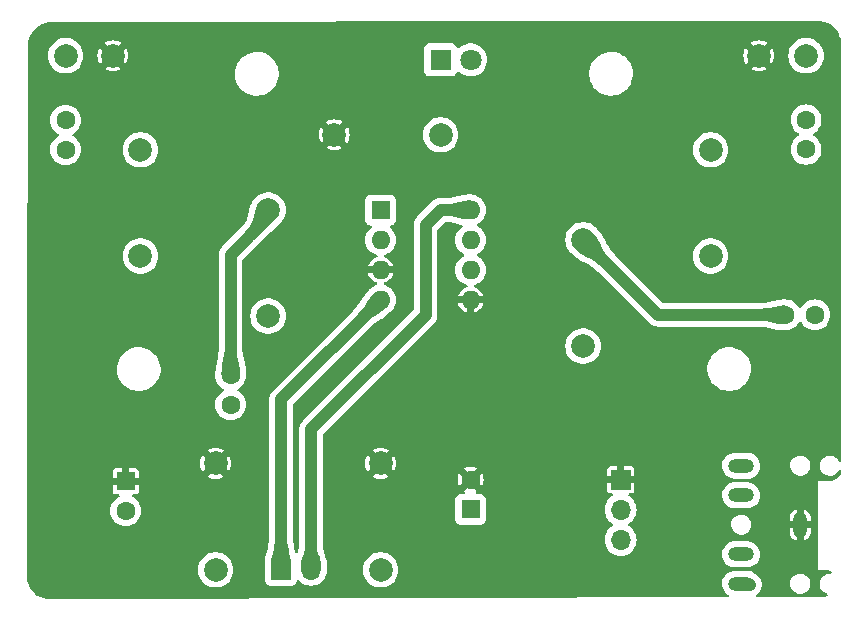
<source format=gbl>
G04 #@! TF.GenerationSoftware,KiCad,Pcbnew,7.0.10*
G04 #@! TF.CreationDate,2024-02-03T19:17:55+01:00*
G04 #@! TF.ProjectId,electrosluch_basic,656c6563-7472-46f7-936c-7563685f6261,rev?*
G04 #@! TF.SameCoordinates,Original*
G04 #@! TF.FileFunction,Copper,L2,Bot*
G04 #@! TF.FilePolarity,Positive*
%FSLAX46Y46*%
G04 Gerber Fmt 4.6, Leading zero omitted, Abs format (unit mm)*
G04 Created by KiCad (PCBNEW 7.0.10) date 2024-02-03 19:17:55*
%MOMM*%
%LPD*%
G01*
G04 APERTURE LIST*
G04 #@! TA.AperFunction,ComponentPad*
%ADD10C,1.600000*%
G04 #@! TD*
G04 #@! TA.AperFunction,ComponentPad*
%ADD11C,2.000000*%
G04 #@! TD*
G04 #@! TA.AperFunction,ComponentPad*
%ADD12R,1.600000X1.600000*%
G04 #@! TD*
G04 #@! TA.AperFunction,ComponentPad*
%ADD13R,1.700000X1.700000*%
G04 #@! TD*
G04 #@! TA.AperFunction,ComponentPad*
%ADD14O,1.700000X1.700000*%
G04 #@! TD*
G04 #@! TA.AperFunction,ComponentPad*
%ADD15O,1.600000X1.600000*%
G04 #@! TD*
G04 #@! TA.AperFunction,ComponentPad*
%ADD16O,2.200000X1.200000*%
G04 #@! TD*
G04 #@! TA.AperFunction,ComponentPad*
%ADD17O,1.200000X2.200000*%
G04 #@! TD*
G04 #@! TA.AperFunction,ComponentPad*
%ADD18R,1.800000X1.800000*%
G04 #@! TD*
G04 #@! TA.AperFunction,ComponentPad*
%ADD19C,1.800000*%
G04 #@! TD*
G04 #@! TA.AperFunction,Conductor*
%ADD20C,1.000000*%
G04 #@! TD*
G04 APERTURE END LIST*
D10*
X67780000Y-83020000D03*
X67780000Y-80520000D03*
X53810000Y-61430000D03*
X53810000Y-58930000D03*
D11*
X97625000Y-78050000D03*
X97625000Y-69050000D03*
D12*
X58890000Y-89497000D03*
D10*
X58890000Y-91997000D03*
X117250000Y-75400000D03*
X114750000Y-75400000D03*
D12*
X88100000Y-91870000D03*
D10*
X88100000Y-89370000D03*
D11*
X70955000Y-66515000D03*
X70955000Y-75515000D03*
X80480000Y-96990000D03*
X80480000Y-87990000D03*
D13*
X100800000Y-89370000D03*
D14*
X100800000Y-91910000D03*
X100800000Y-94450000D03*
D11*
X116500000Y-53467000D03*
X112500000Y-53467000D03*
D12*
X80480000Y-66520000D03*
D15*
X80480000Y-69060000D03*
X80480000Y-71600000D03*
X80480000Y-74140000D03*
X88100000Y-74140000D03*
X88100000Y-71600000D03*
X88100000Y-69060000D03*
X88100000Y-66520000D03*
D11*
X53810000Y-53467000D03*
X57810000Y-53467000D03*
X66510000Y-87990000D03*
X66510000Y-96990000D03*
X108420000Y-70430000D03*
X108420000Y-61430000D03*
X85560000Y-60160000D03*
X76560000Y-60160000D03*
D10*
X116500000Y-61390000D03*
X116500000Y-58890000D03*
D16*
X111000000Y-98180000D03*
X111000000Y-95680000D03*
D17*
X116000000Y-93180000D03*
D16*
X111000000Y-88180000D03*
X111000000Y-90680000D03*
D11*
X60150000Y-70430000D03*
X60150000Y-61430000D03*
D13*
X72050793Y-96988207D03*
D14*
X74590793Y-96988207D03*
D18*
X85560000Y-53810000D03*
D19*
X88100000Y-53810000D03*
D20*
X84290000Y-75400000D02*
X84290000Y-67780000D01*
X74591793Y-85098207D02*
X84290000Y-75400000D01*
X85560000Y-66510000D02*
X85570000Y-66520000D01*
X85570000Y-66520000D02*
X88100000Y-66520000D01*
X84290000Y-67780000D02*
X85560000Y-66510000D01*
X74591793Y-96988207D02*
X74591793Y-85098207D01*
X70955000Y-67145000D02*
X67780000Y-70320000D01*
X67780000Y-70320000D02*
X67780000Y-80520000D01*
X70955000Y-66515000D02*
X70955000Y-67145000D01*
X97625000Y-69045000D02*
X103980000Y-75400000D01*
X103980000Y-75400000D02*
X114750000Y-75400000D01*
X80480000Y-74140000D02*
X72051793Y-82568207D01*
X72051793Y-82568207D02*
X72051793Y-96988207D01*
X111755000Y-98260000D02*
X111675000Y-98180000D01*
G04 #@! TA.AperFunction,Conductor*
G36*
X88096114Y-65723649D02*
G01*
X88099997Y-65731718D01*
X88100015Y-65732356D01*
X88101000Y-66520000D01*
X88101000Y-66520030D01*
X88100015Y-67307643D01*
X88096578Y-67315911D01*
X88088300Y-67319328D01*
X88087662Y-67319310D01*
X87542368Y-67288842D01*
X87540844Y-67288656D01*
X87149196Y-67214475D01*
X87148397Y-67214294D01*
X86811208Y-67125602D01*
X86811206Y-67125601D01*
X86811200Y-67125600D01*
X86528766Y-67072104D01*
X86418401Y-67051200D01*
X85871047Y-67020617D01*
X85862978Y-67016734D01*
X85860000Y-67008935D01*
X85860000Y-66031064D01*
X85863427Y-66022791D01*
X85871045Y-66019382D01*
X86418400Y-65988800D01*
X86811200Y-65914400D01*
X87148424Y-65825698D01*
X87149169Y-65825530D01*
X87540846Y-65751342D01*
X87542366Y-65751157D01*
X88087662Y-65720689D01*
X88096114Y-65723649D01*
G37*
G04 #@! TD.AperFunction*
G04 #@! TA.AperFunction,Conductor*
G36*
X72550479Y-94611634D02*
G01*
X72553678Y-94617606D01*
X72621605Y-94956270D01*
X72691387Y-95283184D01*
X72761195Y-95589218D01*
X72830992Y-95874208D01*
X72899074Y-96131705D01*
X72897876Y-96140580D01*
X72896041Y-96142964D01*
X72059073Y-96980917D01*
X72050802Y-96984349D01*
X72042527Y-96980927D01*
X72042515Y-96980916D01*
X71205906Y-96142971D01*
X71202486Y-96134695D01*
X71202878Y-96131700D01*
X71271278Y-95874207D01*
X71341407Y-95589207D01*
X71371461Y-95458064D01*
X71411531Y-95283227D01*
X71427177Y-95210270D01*
X71481664Y-94956207D01*
X71549901Y-94617596D01*
X71554894Y-94610163D01*
X71561370Y-94608207D01*
X72542206Y-94608207D01*
X72550479Y-94611634D01*
G37*
G04 #@! TD.AperFunction*
G04 #@! TA.AperFunction,Conductor*
G36*
X79922599Y-73582602D02*
G01*
X79923063Y-73583041D01*
X80480707Y-74139293D01*
X80480727Y-74139313D01*
X81036957Y-74696936D01*
X81040374Y-74705214D01*
X81036937Y-74713482D01*
X81036473Y-74713921D01*
X80629345Y-75077960D01*
X80628135Y-75078906D01*
X80298757Y-75303379D01*
X80298065Y-75303816D01*
X79996894Y-75479548D01*
X79996891Y-75479549D01*
X79666551Y-75704678D01*
X79666548Y-75704681D01*
X79257882Y-76070096D01*
X79249430Y-76073056D01*
X79241810Y-76069647D01*
X78550352Y-75378189D01*
X78546925Y-75369916D01*
X78549903Y-75362117D01*
X78915314Y-74953455D01*
X78915318Y-74953448D01*
X78915320Y-74953447D01*
X79140446Y-74623109D01*
X79140447Y-74623106D01*
X79140456Y-74623094D01*
X79316197Y-74321904D01*
X79316599Y-74321269D01*
X79541096Y-73991857D01*
X79542034Y-73990658D01*
X79906080Y-73583523D01*
X79914147Y-73579642D01*
X79922599Y-73582602D01*
G37*
G04 #@! TD.AperFunction*
G04 #@! TA.AperFunction,Conductor*
G36*
X117500502Y-50504235D02*
G01*
X117772248Y-50523161D01*
X117789766Y-50525647D01*
X118051719Y-50582167D01*
X118068703Y-50587124D01*
X118319914Y-50680388D01*
X118336026Y-50687718D01*
X118571386Y-50815826D01*
X118586293Y-50825380D01*
X118741400Y-50941212D01*
X118800992Y-50985715D01*
X118814391Y-50997301D01*
X119004046Y-51186584D01*
X119015658Y-51199961D01*
X119176407Y-51414337D01*
X119185995Y-51429232D01*
X119314561Y-51664334D01*
X119321928Y-51680444D01*
X119415677Y-51931454D01*
X119420674Y-51948449D01*
X119477702Y-52210266D01*
X119480226Y-52227799D01*
X119499683Y-52499498D01*
X119500000Y-52508355D01*
X119500000Y-87751861D01*
X119480315Y-87818900D01*
X119427511Y-87864655D01*
X119358353Y-87874599D01*
X119294797Y-87845574D01*
X119266445Y-87809944D01*
X119208101Y-87699897D01*
X119088337Y-87558900D01*
X119061822Y-87538744D01*
X118941064Y-87446946D01*
X118773167Y-87369268D01*
X118773163Y-87369266D01*
X118592497Y-87329500D01*
X118453887Y-87329500D01*
X118453883Y-87329500D01*
X118316088Y-87344486D01*
X118140776Y-87403557D01*
X118140774Y-87403558D01*
X117982262Y-87498931D01*
X117982261Y-87498932D01*
X117847959Y-87626149D01*
X117744138Y-87779276D01*
X117675669Y-87951122D01*
X117669295Y-87990002D01*
X117645740Y-88133683D01*
X117655161Y-88307460D01*
X117655755Y-88318406D01*
X117655755Y-88318411D01*
X117705244Y-88496656D01*
X117705247Y-88496662D01*
X117791898Y-88660102D01*
X117854540Y-88733850D01*
X117911663Y-88801100D01*
X118058936Y-88913054D01*
X118226833Y-88990732D01*
X118226834Y-88990732D01*
X118226836Y-88990733D01*
X118281648Y-89002797D01*
X118407503Y-89030500D01*
X118407506Y-89030500D01*
X118546107Y-89030500D01*
X118546113Y-89030500D01*
X118683910Y-89015514D01*
X118859221Y-88956444D01*
X119017736Y-88861070D01*
X119152041Y-88733849D01*
X119152788Y-88732748D01*
X119192699Y-88673883D01*
X119255858Y-88580730D01*
X119255859Y-88580725D01*
X119258318Y-88577100D01*
X119312232Y-88532658D01*
X119381614Y-88524420D01*
X119444436Y-88555000D01*
X119480753Y-88614690D01*
X119484355Y-88658840D01*
X119481982Y-88682934D01*
X119477240Y-88706775D01*
X119427424Y-88870998D01*
X119418121Y-88893456D01*
X119337227Y-89044798D01*
X119323722Y-89065010D01*
X119214854Y-89197666D01*
X119197666Y-89214854D01*
X119065010Y-89323722D01*
X119044798Y-89337227D01*
X118893456Y-89418121D01*
X118870998Y-89427424D01*
X118706775Y-89477240D01*
X118682935Y-89481982D01*
X118564133Y-89493683D01*
X118500000Y-89500000D01*
X117500000Y-89500000D01*
X117500000Y-97000000D01*
X118249999Y-97000000D01*
X118289919Y-97004497D01*
X118403006Y-97017239D01*
X118430072Y-97023416D01*
X118562227Y-97069659D01*
X118587241Y-97081705D01*
X118607561Y-97094473D01*
X118617164Y-97100507D01*
X118663454Y-97152842D01*
X118674101Y-97221896D01*
X118645725Y-97285744D01*
X118587335Y-97324115D01*
X118551190Y-97329500D01*
X118453883Y-97329500D01*
X118316088Y-97344486D01*
X118140776Y-97403557D01*
X118140774Y-97403558D01*
X117982262Y-97498931D01*
X117982261Y-97498932D01*
X117847959Y-97626149D01*
X117744138Y-97779276D01*
X117675669Y-97951122D01*
X117663279Y-98026700D01*
X117646771Y-98127398D01*
X117645740Y-98133685D01*
X117655755Y-98318406D01*
X117655755Y-98318411D01*
X117705244Y-98496656D01*
X117705247Y-98496662D01*
X117791898Y-98660102D01*
X117911662Y-98801099D01*
X117911663Y-98801100D01*
X118058936Y-98913054D01*
X118226831Y-98990731D01*
X118226833Y-98990732D01*
X118228113Y-98991013D01*
X118228818Y-98991400D01*
X118233208Y-98992880D01*
X118232943Y-98993666D01*
X118289355Y-99024645D01*
X118322693Y-99086048D01*
X118317542Y-99155727D01*
X118275537Y-99211561D01*
X118237741Y-99230691D01*
X118086192Y-99277056D01*
X118062407Y-99281850D01*
X117856051Y-99302745D01*
X117843925Y-99303374D01*
X112383132Y-99319318D01*
X112316037Y-99299831D01*
X112270129Y-99247161D01*
X112259983Y-99178031D01*
X112288822Y-99114391D01*
X112319861Y-99088465D01*
X112350227Y-99070590D01*
X112501213Y-98934179D01*
X112621649Y-98770167D01*
X112706605Y-98585268D01*
X112727168Y-98496659D01*
X112752602Y-98387054D01*
X112757757Y-98183642D01*
X112757756Y-98183641D01*
X112757757Y-98183637D01*
X112748804Y-98133685D01*
X115145740Y-98133685D01*
X115155755Y-98318406D01*
X115155755Y-98318411D01*
X115205244Y-98496656D01*
X115205247Y-98496662D01*
X115291898Y-98660102D01*
X115411662Y-98801099D01*
X115411663Y-98801100D01*
X115558936Y-98913054D01*
X115726833Y-98990732D01*
X115726834Y-98990732D01*
X115726836Y-98990733D01*
X115781648Y-99002797D01*
X115907503Y-99030500D01*
X115907506Y-99030500D01*
X116046107Y-99030500D01*
X116046113Y-99030500D01*
X116183910Y-99015514D01*
X116359221Y-98956444D01*
X116517736Y-98861070D01*
X116652041Y-98733849D01*
X116755858Y-98580730D01*
X116761557Y-98566428D01*
X116824330Y-98408877D01*
X116824329Y-98408877D01*
X116824331Y-98408875D01*
X116854260Y-98226317D01*
X116844245Y-98041593D01*
X116844244Y-98041588D01*
X116794755Y-97863343D01*
X116794752Y-97863337D01*
X116708101Y-97699897D01*
X116588337Y-97558900D01*
X116509449Y-97498931D01*
X116441064Y-97446946D01*
X116273167Y-97369268D01*
X116273163Y-97369266D01*
X116092497Y-97329500D01*
X115953887Y-97329500D01*
X115953883Y-97329500D01*
X115816088Y-97344486D01*
X115640776Y-97403557D01*
X115640774Y-97403558D01*
X115482262Y-97498931D01*
X115482261Y-97498932D01*
X115347959Y-97626149D01*
X115244138Y-97779276D01*
X115175669Y-97951122D01*
X115163279Y-98026700D01*
X115146771Y-98127398D01*
X115145740Y-98133685D01*
X112748804Y-98133685D01*
X112721858Y-97983347D01*
X112646377Y-97794383D01*
X112646372Y-97794376D01*
X112646370Y-97794371D01*
X112534404Y-97624483D01*
X112534402Y-97624481D01*
X112346580Y-97436660D01*
X112228407Y-97340302D01*
X112212253Y-97331864D01*
X112188097Y-97314563D01*
X112188019Y-97314663D01*
X112185813Y-97312928D01*
X112184094Y-97311697D01*
X112183378Y-97311014D01*
X112183375Y-97311012D01*
X112006574Y-97197388D01*
X111811455Y-97119274D01*
X111605086Y-97079500D01*
X111605085Y-97079500D01*
X110447575Y-97079500D01*
X110290782Y-97094472D01*
X110290778Y-97094473D01*
X110089127Y-97153683D01*
X109902313Y-97249991D01*
X109737116Y-97379905D01*
X109737112Y-97379909D01*
X109599478Y-97538746D01*
X109494398Y-97720750D01*
X109425656Y-97919365D01*
X109425656Y-97919367D01*
X109400011Y-98097738D01*
X109395746Y-98127401D01*
X109405745Y-98337327D01*
X109455296Y-98541578D01*
X109455298Y-98541582D01*
X109542598Y-98732743D01*
X109542601Y-98732748D01*
X109542602Y-98732750D01*
X109542604Y-98732753D01*
X109633976Y-98861067D01*
X109664515Y-98903953D01*
X109664520Y-98903959D01*
X109816619Y-99048984D01*
X109816621Y-99048985D01*
X109816622Y-99048986D01*
X109893618Y-99098469D01*
X109939372Y-99151271D01*
X109949316Y-99220429D01*
X109920291Y-99283985D01*
X109861514Y-99321760D01*
X109826940Y-99326781D01*
X84271273Y-99401397D01*
X54257391Y-99489029D01*
X52515837Y-99494114D01*
X52506959Y-99493822D01*
X52431012Y-99488593D01*
X52234555Y-99475068D01*
X52216974Y-99472583D01*
X52164336Y-99461250D01*
X51954407Y-99416054D01*
X51937362Y-99411084D01*
X51685558Y-99317633D01*
X51669396Y-99310279D01*
X51433518Y-99181820D01*
X51418573Y-99172233D01*
X51203466Y-99011406D01*
X51190043Y-98999783D01*
X51000112Y-98809882D01*
X50988486Y-98796461D01*
X50983447Y-98789724D01*
X50940831Y-98732743D01*
X50827620Y-98581372D01*
X50818031Y-98566428D01*
X50720307Y-98387054D01*
X50689531Y-98330564D01*
X50682185Y-98314428D01*
X50588684Y-98062610D01*
X50583717Y-98045580D01*
X50582857Y-98041588D01*
X50527146Y-97783017D01*
X50524659Y-97765441D01*
X50521575Y-97720750D01*
X50505862Y-97493041D01*
X50505569Y-97484169D01*
X50505658Y-97451871D01*
X50506934Y-96990005D01*
X65004357Y-96990005D01*
X65024890Y-97237812D01*
X65024892Y-97237824D01*
X65085936Y-97478881D01*
X65185826Y-97706606D01*
X65321833Y-97914782D01*
X65321836Y-97914785D01*
X65490256Y-98097738D01*
X65686491Y-98250474D01*
X65744753Y-98282004D01*
X65821002Y-98323268D01*
X65905190Y-98368828D01*
X66140386Y-98449571D01*
X66385665Y-98490500D01*
X66634335Y-98490500D01*
X66879614Y-98449571D01*
X67114810Y-98368828D01*
X67333509Y-98250474D01*
X67529744Y-98097738D01*
X67698164Y-97914785D01*
X67834173Y-97706607D01*
X67934063Y-97478881D01*
X67995108Y-97237821D01*
X67996428Y-97221896D01*
X68015643Y-96990005D01*
X68015643Y-96989994D01*
X67995109Y-96742187D01*
X67995107Y-96742175D01*
X67934063Y-96501118D01*
X67834173Y-96273393D01*
X67780498Y-96191236D01*
X70699802Y-96191236D01*
X70700293Y-96199493D01*
X70700293Y-97886077D01*
X70700294Y-97886083D01*
X70706701Y-97945690D01*
X70756995Y-98080535D01*
X70756999Y-98080542D01*
X70843245Y-98195751D01*
X70843248Y-98195754D01*
X70958457Y-98282000D01*
X70958464Y-98282004D01*
X71093310Y-98332298D01*
X71093309Y-98332298D01*
X71100237Y-98333042D01*
X71152920Y-98338707D01*
X72948665Y-98338706D01*
X73008276Y-98332298D01*
X73143124Y-98282003D01*
X73258339Y-98195753D01*
X73344589Y-98080538D01*
X73393603Y-97949123D01*
X73435474Y-97893191D01*
X73500938Y-97868773D01*
X73569211Y-97883624D01*
X73597466Y-97904776D01*
X73719392Y-98026702D01*
X73816177Y-98094472D01*
X73912958Y-98162239D01*
X73912960Y-98162240D01*
X73912963Y-98162242D01*
X74127130Y-98262110D01*
X74355385Y-98323270D01*
X74531827Y-98338707D01*
X74590792Y-98343866D01*
X74590793Y-98343866D01*
X74590794Y-98343866D01*
X74649759Y-98338707D01*
X74826201Y-98323270D01*
X75054456Y-98262110D01*
X75268623Y-98162242D01*
X75462194Y-98026702D01*
X75629288Y-97859608D01*
X75764828Y-97666037D01*
X75864696Y-97451870D01*
X75925856Y-97223615D01*
X75946295Y-96990005D01*
X78974357Y-96990005D01*
X78994890Y-97237812D01*
X78994892Y-97237824D01*
X79055936Y-97478881D01*
X79155826Y-97706606D01*
X79291833Y-97914782D01*
X79291836Y-97914785D01*
X79460256Y-98097738D01*
X79656491Y-98250474D01*
X79714753Y-98282004D01*
X79791002Y-98323268D01*
X79875190Y-98368828D01*
X80110386Y-98449571D01*
X80355665Y-98490500D01*
X80604335Y-98490500D01*
X80849614Y-98449571D01*
X81084810Y-98368828D01*
X81303509Y-98250474D01*
X81499744Y-98097738D01*
X81668164Y-97914785D01*
X81804173Y-97706607D01*
X81904063Y-97478881D01*
X81965108Y-97237821D01*
X81966428Y-97221896D01*
X81985643Y-96990005D01*
X81985643Y-96989994D01*
X81965109Y-96742187D01*
X81965107Y-96742175D01*
X81904063Y-96501118D01*
X81804173Y-96273393D01*
X81668166Y-96065217D01*
X81634956Y-96029142D01*
X81499744Y-95882262D01*
X81303509Y-95729526D01*
X81303507Y-95729525D01*
X81303506Y-95729524D01*
X81084811Y-95611172D01*
X81084802Y-95611169D01*
X80849616Y-95530429D01*
X80604335Y-95489500D01*
X80355665Y-95489500D01*
X80110383Y-95530429D01*
X79875197Y-95611169D01*
X79875188Y-95611172D01*
X79656493Y-95729524D01*
X79460257Y-95882261D01*
X79291833Y-96065217D01*
X79155826Y-96273393D01*
X79055936Y-96501118D01*
X78994892Y-96742175D01*
X78994890Y-96742187D01*
X78974357Y-96989994D01*
X78974357Y-96990005D01*
X75946295Y-96990005D01*
X75946452Y-96988207D01*
X75944576Y-96966779D01*
X75944521Y-96945846D01*
X75944593Y-96944969D01*
X75909106Y-96364354D01*
X75905608Y-96328344D01*
X75905386Y-96326680D01*
X75899278Y-96290800D01*
X75812988Y-95875049D01*
X75808742Y-95856377D01*
X75808528Y-95855512D01*
X75803513Y-95836787D01*
X75706982Y-95502200D01*
X75704712Y-95493030D01*
X75703979Y-95489500D01*
X75632237Y-95143842D01*
X75629883Y-95126233D01*
X75597022Y-94588554D01*
X75593184Y-94550037D01*
X75593183Y-94550036D01*
X75592904Y-94547227D01*
X75592293Y-94534933D01*
X75592293Y-94450000D01*
X99444341Y-94450000D01*
X99464936Y-94685403D01*
X99464938Y-94685413D01*
X99526094Y-94913655D01*
X99526096Y-94913659D01*
X99526097Y-94913663D01*
X99625039Y-95125845D01*
X99625965Y-95127830D01*
X99625967Y-95127834D01*
X99734281Y-95282521D01*
X99761505Y-95321401D01*
X99928599Y-95488495D01*
X99998627Y-95537529D01*
X100122165Y-95624032D01*
X100122167Y-95624033D01*
X100122170Y-95624035D01*
X100336337Y-95723903D01*
X100336343Y-95723904D01*
X100336344Y-95723905D01*
X100391285Y-95738626D01*
X100564592Y-95785063D01*
X100752918Y-95801539D01*
X100799999Y-95805659D01*
X100800000Y-95805659D01*
X100800001Y-95805659D01*
X100839234Y-95802226D01*
X101035408Y-95785063D01*
X101263663Y-95723903D01*
X101470612Y-95627401D01*
X109395746Y-95627401D01*
X109405745Y-95837327D01*
X109455296Y-96041578D01*
X109455298Y-96041582D01*
X109542598Y-96232743D01*
X109542601Y-96232748D01*
X109542602Y-96232750D01*
X109542604Y-96232753D01*
X109664514Y-96403952D01*
X109664515Y-96403953D01*
X109664520Y-96403959D01*
X109816620Y-96548985D01*
X109911578Y-96610011D01*
X109993428Y-96662613D01*
X110188543Y-96740725D01*
X110196129Y-96742187D01*
X110394914Y-96780500D01*
X110394915Y-96780500D01*
X111552419Y-96780500D01*
X111552425Y-96780500D01*
X111709218Y-96765528D01*
X111910875Y-96706316D01*
X112097682Y-96610011D01*
X112262886Y-96480092D01*
X112400519Y-96321256D01*
X112407695Y-96308828D01*
X112505601Y-96139249D01*
X112505600Y-96139249D01*
X112505604Y-96139244D01*
X112574344Y-95940633D01*
X112604254Y-95732602D01*
X112594254Y-95522670D01*
X112544704Y-95318424D01*
X112544701Y-95318417D01*
X112457401Y-95127256D01*
X112457398Y-95127251D01*
X112457397Y-95127250D01*
X112457396Y-95127247D01*
X112335486Y-94956048D01*
X112335484Y-94956046D01*
X112335479Y-94956040D01*
X112183379Y-94811014D01*
X112006574Y-94697388D01*
X111976649Y-94685408D01*
X111811457Y-94619275D01*
X111811455Y-94619274D01*
X111605086Y-94579500D01*
X111605085Y-94579500D01*
X110447575Y-94579500D01*
X110290782Y-94594472D01*
X110290778Y-94594473D01*
X110089127Y-94653683D01*
X109902313Y-94749991D01*
X109737116Y-94879905D01*
X109737112Y-94879909D01*
X109599478Y-95038746D01*
X109494398Y-95220750D01*
X109425656Y-95419365D01*
X109425656Y-95419367D01*
X109398080Y-95611169D01*
X109395746Y-95627401D01*
X101470612Y-95627401D01*
X101477830Y-95624035D01*
X101671401Y-95488495D01*
X101838495Y-95321401D01*
X101974035Y-95127830D01*
X102073903Y-94913663D01*
X102135063Y-94685408D01*
X102155659Y-94450000D01*
X102135063Y-94214592D01*
X102073903Y-93986337D01*
X101974035Y-93772171D01*
X101971821Y-93769008D01*
X101838494Y-93578597D01*
X101671402Y-93411506D01*
X101671396Y-93411501D01*
X101485842Y-93281575D01*
X101442217Y-93226998D01*
X101435023Y-93157500D01*
X101447062Y-93133685D01*
X110145740Y-93133685D01*
X110155755Y-93318406D01*
X110155755Y-93318411D01*
X110205244Y-93496656D01*
X110205247Y-93496662D01*
X110291898Y-93660102D01*
X110411662Y-93801099D01*
X110411663Y-93801100D01*
X110558936Y-93913054D01*
X110726833Y-93990732D01*
X110726834Y-93990732D01*
X110726836Y-93990733D01*
X110781648Y-94002797D01*
X110907503Y-94030500D01*
X110907506Y-94030500D01*
X111046107Y-94030500D01*
X111046113Y-94030500D01*
X111183910Y-94015514D01*
X111359221Y-93956444D01*
X111517736Y-93861070D01*
X111652041Y-93733849D01*
X111755858Y-93580730D01*
X111795992Y-93480000D01*
X115100000Y-93480000D01*
X115100000Y-93727159D01*
X115114819Y-93868154D01*
X115173278Y-94048072D01*
X115173283Y-94048084D01*
X115267870Y-94211915D01*
X115267872Y-94211918D01*
X115394460Y-94352509D01*
X115394463Y-94352511D01*
X115547522Y-94463717D01*
X115699999Y-94531602D01*
X115700000Y-94531602D01*
X115700000Y-93702532D01*
X115800000Y-93702532D01*
X115815173Y-93769008D01*
X115872095Y-93840387D01*
X115954351Y-93880000D01*
X116045649Y-93880000D01*
X116127905Y-93840387D01*
X116184827Y-93769008D01*
X116200000Y-93702532D01*
X116200000Y-93480000D01*
X116300000Y-93480000D01*
X116300000Y-94531602D01*
X116452476Y-94463717D01*
X116605535Y-94352512D01*
X116732127Y-94211918D01*
X116732129Y-94211915D01*
X116826716Y-94048084D01*
X116826721Y-94048072D01*
X116885180Y-93868154D01*
X116900000Y-93727159D01*
X116900000Y-93480000D01*
X116300000Y-93480000D01*
X116200000Y-93480000D01*
X116200000Y-92657468D01*
X116184827Y-92590992D01*
X116127905Y-92519613D01*
X116045649Y-92480000D01*
X115954351Y-92480000D01*
X115872095Y-92519613D01*
X115815173Y-92590992D01*
X115800000Y-92657468D01*
X115800000Y-93702532D01*
X115700000Y-93702532D01*
X115700000Y-93480000D01*
X115100000Y-93480000D01*
X111795992Y-93480000D01*
X111824331Y-93408875D01*
X111854260Y-93226317D01*
X111844245Y-93041593D01*
X111844244Y-93041588D01*
X111799380Y-92880000D01*
X115100000Y-92880000D01*
X115700000Y-92880000D01*
X115700000Y-91828395D01*
X116300000Y-91828395D01*
X116300000Y-92880000D01*
X116900000Y-92880000D01*
X116900000Y-92632840D01*
X116885180Y-92491845D01*
X116826721Y-92311927D01*
X116826716Y-92311915D01*
X116732129Y-92148084D01*
X116732127Y-92148081D01*
X116605539Y-92007490D01*
X116605536Y-92007488D01*
X116452478Y-91896283D01*
X116300000Y-91828395D01*
X115700000Y-91828395D01*
X115547522Y-91896283D01*
X115394464Y-92007487D01*
X115267872Y-92148081D01*
X115267870Y-92148084D01*
X115173283Y-92311915D01*
X115173278Y-92311927D01*
X115114819Y-92491845D01*
X115100000Y-92632840D01*
X115100000Y-92880000D01*
X111799380Y-92880000D01*
X111794755Y-92863343D01*
X111794752Y-92863337D01*
X111708101Y-92699897D01*
X111588337Y-92558900D01*
X111441064Y-92446946D01*
X111273167Y-92369268D01*
X111273163Y-92369266D01*
X111092497Y-92329500D01*
X110953887Y-92329500D01*
X110953883Y-92329500D01*
X110816088Y-92344486D01*
X110640776Y-92403557D01*
X110640774Y-92403558D01*
X110482262Y-92498931D01*
X110482261Y-92498932D01*
X110347959Y-92626149D01*
X110244138Y-92779276D01*
X110175669Y-92951122D01*
X110168140Y-92997047D01*
X110149001Y-93113796D01*
X110145740Y-93133685D01*
X101447062Y-93133685D01*
X101466546Y-93095145D01*
X101485842Y-93078425D01*
X101538443Y-93041593D01*
X101671401Y-92948495D01*
X101838495Y-92781401D01*
X101974035Y-92587830D01*
X102073903Y-92373663D01*
X102135063Y-92145408D01*
X102155659Y-91910000D01*
X102135063Y-91674592D01*
X102073903Y-91446337D01*
X101974035Y-91232171D01*
X101939031Y-91182179D01*
X101838494Y-91038597D01*
X101671402Y-90871506D01*
X101671396Y-90871501D01*
X101491553Y-90745574D01*
X101447928Y-90690997D01*
X101441345Y-90627401D01*
X109395746Y-90627401D01*
X109405745Y-90837327D01*
X109455296Y-91041578D01*
X109455298Y-91041582D01*
X109542598Y-91232743D01*
X109542601Y-91232748D01*
X109542602Y-91232750D01*
X109542604Y-91232753D01*
X109622012Y-91344266D01*
X109664515Y-91403953D01*
X109664520Y-91403959D01*
X109816620Y-91548985D01*
X109911578Y-91610011D01*
X109993428Y-91662613D01*
X110188543Y-91740725D01*
X110291729Y-91760612D01*
X110394914Y-91780500D01*
X110394915Y-91780500D01*
X111552419Y-91780500D01*
X111552425Y-91780500D01*
X111709218Y-91765528D01*
X111910875Y-91706316D01*
X112097682Y-91610011D01*
X112262886Y-91480092D01*
X112400519Y-91321256D01*
X112505604Y-91139244D01*
X112574344Y-90940633D01*
X112604254Y-90732602D01*
X112594254Y-90522670D01*
X112544704Y-90318424D01*
X112531665Y-90289873D01*
X112457401Y-90127256D01*
X112457398Y-90127251D01*
X112457397Y-90127250D01*
X112457396Y-90127247D01*
X112335486Y-89956048D01*
X112335484Y-89956046D01*
X112335479Y-89956040D01*
X112183379Y-89811014D01*
X112006574Y-89697388D01*
X111811455Y-89619274D01*
X111605086Y-89579500D01*
X111605085Y-89579500D01*
X110447575Y-89579500D01*
X110290782Y-89594472D01*
X110290778Y-89594473D01*
X110089127Y-89653683D01*
X109902313Y-89749991D01*
X109737116Y-89879905D01*
X109737112Y-89879909D01*
X109599478Y-90038746D01*
X109494398Y-90220750D01*
X109425656Y-90419365D01*
X109425656Y-90419367D01*
X109395918Y-90626206D01*
X109395746Y-90627401D01*
X101441345Y-90627401D01*
X101440734Y-90621499D01*
X101472257Y-90559144D01*
X101532487Y-90523730D01*
X101562676Y-90519999D01*
X101694786Y-90519999D01*
X101694808Y-90519997D01*
X101719869Y-90517091D01*
X101719873Y-90517090D01*
X101822474Y-90471788D01*
X101822479Y-90471785D01*
X101901785Y-90392479D01*
X101901788Y-90392474D01*
X101947089Y-90289877D01*
X101947089Y-90289875D01*
X101949999Y-90264794D01*
X101950000Y-90264791D01*
X101950000Y-89670000D01*
X101201554Y-89670000D01*
X101259493Y-89579844D01*
X101300000Y-89441889D01*
X101300000Y-89298111D01*
X101259493Y-89160156D01*
X101201554Y-89070000D01*
X101949999Y-89070000D01*
X101949999Y-88475214D01*
X101949997Y-88475191D01*
X101947091Y-88450130D01*
X101947090Y-88450126D01*
X101901788Y-88347525D01*
X101901785Y-88347520D01*
X101822479Y-88268214D01*
X101822474Y-88268211D01*
X101719876Y-88222910D01*
X101694794Y-88220000D01*
X101100000Y-88220000D01*
X101100000Y-88968356D01*
X101073100Y-88945048D01*
X100942315Y-88885320D01*
X100835763Y-88870000D01*
X100764237Y-88870000D01*
X100657685Y-88885320D01*
X100526900Y-88945048D01*
X100500000Y-88968356D01*
X100500000Y-88220000D01*
X99905214Y-88220000D01*
X99905191Y-88220002D01*
X99880130Y-88222908D01*
X99880126Y-88222909D01*
X99777525Y-88268211D01*
X99777520Y-88268214D01*
X99698214Y-88347520D01*
X99698211Y-88347525D01*
X99652910Y-88450122D01*
X99652910Y-88450124D01*
X99650000Y-88475205D01*
X99650000Y-89070000D01*
X100398446Y-89070000D01*
X100340507Y-89160156D01*
X100300000Y-89298111D01*
X100300000Y-89441889D01*
X100340507Y-89579844D01*
X100398446Y-89670000D01*
X99650001Y-89670000D01*
X99650001Y-90264785D01*
X99650002Y-90264808D01*
X99652908Y-90289869D01*
X99652909Y-90289873D01*
X99698211Y-90392474D01*
X99698214Y-90392479D01*
X99777520Y-90471785D01*
X99777525Y-90471788D01*
X99880123Y-90517089D01*
X99905206Y-90519999D01*
X100037322Y-90519999D01*
X100104362Y-90539683D01*
X100150117Y-90592487D01*
X100160061Y-90661645D01*
X100131037Y-90725201D01*
X100108447Y-90745574D01*
X99928594Y-90871508D01*
X99761505Y-91038597D01*
X99625965Y-91232169D01*
X99625964Y-91232171D01*
X99526098Y-91446335D01*
X99526094Y-91446344D01*
X99464938Y-91674586D01*
X99464936Y-91674596D01*
X99444341Y-91909999D01*
X99444341Y-91910000D01*
X99464936Y-92145403D01*
X99464938Y-92145413D01*
X99526094Y-92373655D01*
X99526096Y-92373659D01*
X99526097Y-92373663D01*
X99584510Y-92498930D01*
X99625965Y-92587830D01*
X99625967Y-92587834D01*
X99761501Y-92781395D01*
X99761506Y-92781402D01*
X99928597Y-92948493D01*
X99928603Y-92948498D01*
X100114158Y-93078425D01*
X100157783Y-93133002D01*
X100164977Y-93202500D01*
X100133454Y-93264855D01*
X100114158Y-93281575D01*
X99928597Y-93411505D01*
X99761505Y-93578597D01*
X99625965Y-93772169D01*
X99625964Y-93772171D01*
X99526098Y-93986335D01*
X99526094Y-93986344D01*
X99464938Y-94214586D01*
X99464936Y-94214596D01*
X99444341Y-94449999D01*
X99444341Y-94450000D01*
X75592293Y-94450000D01*
X75592293Y-92717870D01*
X86799500Y-92717870D01*
X86799501Y-92717876D01*
X86805908Y-92777483D01*
X86856202Y-92912328D01*
X86856206Y-92912335D01*
X86942452Y-93027544D01*
X86942455Y-93027547D01*
X87057664Y-93113793D01*
X87057671Y-93113797D01*
X87192517Y-93164091D01*
X87192516Y-93164091D01*
X87199444Y-93164835D01*
X87252127Y-93170500D01*
X88947872Y-93170499D01*
X89007483Y-93164091D01*
X89142331Y-93113796D01*
X89257546Y-93027546D01*
X89343796Y-92912331D01*
X89394091Y-92777483D01*
X89400500Y-92717873D01*
X89400499Y-91022128D01*
X89394091Y-90962517D01*
X89385929Y-90940634D01*
X89343797Y-90827671D01*
X89343793Y-90827664D01*
X89257547Y-90712455D01*
X89257544Y-90712452D01*
X89142335Y-90626206D01*
X89142328Y-90626202D01*
X89007482Y-90575908D01*
X89007483Y-90575908D01*
X88947883Y-90569501D01*
X88947881Y-90569500D01*
X88947873Y-90569500D01*
X88947865Y-90569500D01*
X88688095Y-90569500D01*
X88621056Y-90549815D01*
X88575301Y-90497011D01*
X88565357Y-90427853D01*
X88594382Y-90364297D01*
X88622817Y-90340073D01*
X88637017Y-90331280D01*
X88100001Y-89794264D01*
X88100000Y-89794264D01*
X87562981Y-90331280D01*
X87577182Y-90340073D01*
X87623818Y-90392100D01*
X87634922Y-90461082D01*
X87606969Y-90525116D01*
X87548834Y-90563873D01*
X87511905Y-90569500D01*
X87252130Y-90569500D01*
X87252123Y-90569501D01*
X87192516Y-90575908D01*
X87057671Y-90626202D01*
X87057664Y-90626206D01*
X86942455Y-90712452D01*
X86942452Y-90712455D01*
X86856206Y-90827664D01*
X86856202Y-90827671D01*
X86805908Y-90962517D01*
X86802206Y-90996954D01*
X86799501Y-91022123D01*
X86799500Y-91022135D01*
X86799500Y-92717870D01*
X75592293Y-92717870D01*
X75592293Y-89370000D01*
X86995287Y-89370000D01*
X87014096Y-89572989D01*
X87014097Y-89572992D01*
X87069881Y-89769056D01*
X87069889Y-89769076D01*
X87138623Y-89907112D01*
X87675736Y-89370000D01*
X87695014Y-89370000D01*
X87714835Y-89495148D01*
X87772359Y-89608045D01*
X87861955Y-89697641D01*
X87974852Y-89755165D01*
X88068519Y-89770000D01*
X88131481Y-89770000D01*
X88225148Y-89755165D01*
X88338045Y-89697641D01*
X88427641Y-89608045D01*
X88485165Y-89495148D01*
X88504986Y-89370000D01*
X88524264Y-89370000D01*
X89061376Y-89907112D01*
X89130109Y-89769078D01*
X89130115Y-89769063D01*
X89185902Y-89572991D01*
X89185903Y-89572989D01*
X89204713Y-89370000D01*
X89204713Y-89369999D01*
X89185903Y-89167010D01*
X89185902Y-89167007D01*
X89130116Y-88970936D01*
X89130113Y-88970930D01*
X89061375Y-88832886D01*
X88524264Y-89369999D01*
X88524264Y-89370000D01*
X88504986Y-89370000D01*
X88485165Y-89244852D01*
X88427641Y-89131955D01*
X88338045Y-89042359D01*
X88225148Y-88984835D01*
X88131481Y-88970000D01*
X88068519Y-88970000D01*
X87974852Y-88984835D01*
X87861955Y-89042359D01*
X87772359Y-89131955D01*
X87714835Y-89244852D01*
X87695014Y-89370000D01*
X87675736Y-89370000D01*
X87675736Y-89369999D01*
X87138623Y-88832886D01*
X87069886Y-88970932D01*
X87069881Y-88970943D01*
X87014097Y-89167007D01*
X87014096Y-89167010D01*
X86995287Y-89369999D01*
X86995287Y-89370000D01*
X75592293Y-89370000D01*
X75592293Y-87990002D01*
X79175034Y-87990002D01*
X79194858Y-88216599D01*
X79194860Y-88216610D01*
X79253730Y-88436317D01*
X79253734Y-88436326D01*
X79349867Y-88642485D01*
X79371851Y-88673883D01*
X79371852Y-88673883D01*
X79980873Y-88064862D01*
X80020507Y-88199844D01*
X80098239Y-88320798D01*
X80206900Y-88414952D01*
X80337685Y-88474680D01*
X80409288Y-88484975D01*
X79796115Y-89098146D01*
X79827516Y-89120133D01*
X79827518Y-89120134D01*
X80033673Y-89216265D01*
X80033682Y-89216269D01*
X80253389Y-89275139D01*
X80253400Y-89275141D01*
X80479998Y-89294966D01*
X80480002Y-89294966D01*
X80706599Y-89275141D01*
X80706610Y-89275139D01*
X80926317Y-89216269D01*
X80926331Y-89216264D01*
X81132478Y-89120136D01*
X81132480Y-89120135D01*
X81163882Y-89098146D01*
X80550711Y-88484975D01*
X80622315Y-88474680D01*
X80753100Y-88414952D01*
X80861761Y-88320798D01*
X80939493Y-88199844D01*
X80979126Y-88064862D01*
X81588146Y-88673882D01*
X81610135Y-88642480D01*
X81610136Y-88642478D01*
X81706264Y-88436331D01*
X81706269Y-88436317D01*
X81713664Y-88408718D01*
X87562982Y-88408718D01*
X88100000Y-88945736D01*
X88100001Y-88945736D01*
X88637017Y-88408718D01*
X88592412Y-88381101D01*
X88592409Y-88381099D01*
X88402321Y-88307460D01*
X88201928Y-88270000D01*
X87998072Y-88270000D01*
X87797678Y-88307460D01*
X87607584Y-88381102D01*
X87562982Y-88408717D01*
X87562982Y-88408718D01*
X81713664Y-88408718D01*
X81765139Y-88216610D01*
X81765141Y-88216599D01*
X81772945Y-88127401D01*
X109395746Y-88127401D01*
X109405745Y-88337327D01*
X109455296Y-88541578D01*
X109455298Y-88541582D01*
X109542598Y-88732743D01*
X109542601Y-88732748D01*
X109542602Y-88732750D01*
X109542604Y-88732753D01*
X109657040Y-88893456D01*
X109664515Y-88903953D01*
X109664520Y-88903959D01*
X109816620Y-89048985D01*
X109957797Y-89139714D01*
X109993428Y-89162613D01*
X110188543Y-89240725D01*
X110283129Y-89258955D01*
X110394914Y-89280500D01*
X110394915Y-89280500D01*
X111552419Y-89280500D01*
X111552425Y-89280500D01*
X111709218Y-89265528D01*
X111910875Y-89206316D01*
X112097682Y-89110011D01*
X112112770Y-89098146D01*
X112187722Y-89039202D01*
X112262886Y-88980092D01*
X112400519Y-88821256D01*
X112505604Y-88639244D01*
X112574344Y-88440633D01*
X112604254Y-88232602D01*
X112599542Y-88133683D01*
X115145740Y-88133683D01*
X115155161Y-88307460D01*
X115155755Y-88318406D01*
X115155755Y-88318411D01*
X115205244Y-88496656D01*
X115205247Y-88496662D01*
X115291898Y-88660102D01*
X115354540Y-88733850D01*
X115411663Y-88801100D01*
X115558936Y-88913054D01*
X115726833Y-88990732D01*
X115726834Y-88990732D01*
X115726836Y-88990733D01*
X115781648Y-89002797D01*
X115907503Y-89030500D01*
X115907506Y-89030500D01*
X116046107Y-89030500D01*
X116046113Y-89030500D01*
X116183910Y-89015514D01*
X116359221Y-88956444D01*
X116517736Y-88861070D01*
X116652041Y-88733849D01*
X116755858Y-88580730D01*
X116757305Y-88577100D01*
X116798112Y-88474680D01*
X116824331Y-88408875D01*
X116854260Y-88226317D01*
X116844245Y-88041593D01*
X116829921Y-87990002D01*
X116794755Y-87863343D01*
X116794752Y-87863337D01*
X116708101Y-87699897D01*
X116588337Y-87558900D01*
X116561822Y-87538744D01*
X116441064Y-87446946D01*
X116273167Y-87369268D01*
X116273163Y-87369266D01*
X116092497Y-87329500D01*
X115953887Y-87329500D01*
X115953883Y-87329500D01*
X115816088Y-87344486D01*
X115640776Y-87403557D01*
X115640774Y-87403558D01*
X115482262Y-87498931D01*
X115482261Y-87498932D01*
X115347959Y-87626149D01*
X115244138Y-87779276D01*
X115175669Y-87951122D01*
X115169295Y-87990002D01*
X115145740Y-88133683D01*
X112599542Y-88133683D01*
X112594254Y-88022670D01*
X112544704Y-87818424D01*
X112544701Y-87818417D01*
X112457401Y-87627256D01*
X112457398Y-87627251D01*
X112457397Y-87627250D01*
X112457396Y-87627247D01*
X112335486Y-87456048D01*
X112335484Y-87456046D01*
X112335479Y-87456040D01*
X112183379Y-87311014D01*
X112006574Y-87197388D01*
X111811455Y-87119274D01*
X111605086Y-87079500D01*
X111605085Y-87079500D01*
X110447575Y-87079500D01*
X110290782Y-87094472D01*
X110290778Y-87094473D01*
X110089127Y-87153683D01*
X109902313Y-87249991D01*
X109737116Y-87379905D01*
X109737112Y-87379909D01*
X109599478Y-87538746D01*
X109494398Y-87720750D01*
X109425656Y-87919365D01*
X109425656Y-87919367D01*
X109408084Y-88041588D01*
X109395746Y-88127401D01*
X81772945Y-88127401D01*
X81784966Y-87990002D01*
X81784966Y-87989997D01*
X81765141Y-87763400D01*
X81765139Y-87763389D01*
X81706269Y-87543682D01*
X81706265Y-87543673D01*
X81610134Y-87337518D01*
X81610133Y-87337516D01*
X81588146Y-87306116D01*
X81588146Y-87306115D01*
X80979126Y-87915136D01*
X80939493Y-87780156D01*
X80861761Y-87659202D01*
X80753100Y-87565048D01*
X80622315Y-87505320D01*
X80550711Y-87495024D01*
X81163883Y-86881852D01*
X81163883Y-86881851D01*
X81132485Y-86859867D01*
X80926326Y-86763734D01*
X80926317Y-86763730D01*
X80706610Y-86704860D01*
X80706599Y-86704858D01*
X80480002Y-86685034D01*
X80479998Y-86685034D01*
X80253400Y-86704858D01*
X80253389Y-86704860D01*
X80033682Y-86763730D01*
X80033673Y-86763734D01*
X79827514Y-86859867D01*
X79796115Y-86881851D01*
X80409288Y-87495024D01*
X80337685Y-87505320D01*
X80206900Y-87565048D01*
X80098239Y-87659202D01*
X80020507Y-87780156D01*
X79980873Y-87915137D01*
X79371851Y-87306115D01*
X79349867Y-87337514D01*
X79253734Y-87543673D01*
X79253730Y-87543682D01*
X79194860Y-87763389D01*
X79194858Y-87763400D01*
X79175034Y-87989997D01*
X79175034Y-87990002D01*
X75592293Y-87990002D01*
X75592293Y-85563988D01*
X75611978Y-85496949D01*
X75628607Y-85476312D01*
X81037155Y-80067763D01*
X108145787Y-80067763D01*
X108175413Y-80337013D01*
X108175415Y-80337024D01*
X108235889Y-80568339D01*
X108243928Y-80599088D01*
X108349870Y-80848390D01*
X108421950Y-80966497D01*
X108490979Y-81079605D01*
X108490986Y-81079615D01*
X108664253Y-81287819D01*
X108664259Y-81287824D01*
X108865998Y-81468582D01*
X109091910Y-81618044D01*
X109337176Y-81733020D01*
X109337183Y-81733022D01*
X109337185Y-81733023D01*
X109596557Y-81811057D01*
X109596564Y-81811058D01*
X109596569Y-81811060D01*
X109864561Y-81850500D01*
X109864566Y-81850500D01*
X110067629Y-81850500D01*
X110067631Y-81850500D01*
X110067636Y-81850499D01*
X110067648Y-81850499D01*
X110105191Y-81847750D01*
X110270156Y-81835677D01*
X110382758Y-81810593D01*
X110534546Y-81776782D01*
X110534548Y-81776781D01*
X110534553Y-81776780D01*
X110787558Y-81680014D01*
X111023777Y-81547441D01*
X111238177Y-81381888D01*
X111426186Y-81186881D01*
X111583799Y-80966579D01*
X111696848Y-80746697D01*
X111707649Y-80725690D01*
X111707651Y-80725684D01*
X111707656Y-80725675D01*
X111795118Y-80469305D01*
X111844319Y-80202933D01*
X111854212Y-79932235D01*
X111824586Y-79662982D01*
X111756072Y-79400912D01*
X111650130Y-79151610D01*
X111509018Y-78920390D01*
X111419747Y-78813119D01*
X111335746Y-78712180D01*
X111335740Y-78712175D01*
X111134002Y-78531418D01*
X110908092Y-78381957D01*
X110908090Y-78381956D01*
X110662824Y-78266980D01*
X110662819Y-78266978D01*
X110662814Y-78266976D01*
X110403442Y-78188942D01*
X110403428Y-78188939D01*
X110287791Y-78171921D01*
X110135439Y-78149500D01*
X109932369Y-78149500D01*
X109932351Y-78149500D01*
X109729844Y-78164323D01*
X109729831Y-78164325D01*
X109465453Y-78223217D01*
X109465446Y-78223220D01*
X109212439Y-78319987D01*
X108976226Y-78452557D01*
X108761822Y-78618112D01*
X108573822Y-78813109D01*
X108573816Y-78813116D01*
X108416202Y-79033419D01*
X108416199Y-79033424D01*
X108292350Y-79274309D01*
X108292343Y-79274327D01*
X108204884Y-79530685D01*
X108204881Y-79530699D01*
X108155681Y-79797068D01*
X108155680Y-79797075D01*
X108145787Y-80067763D01*
X81037155Y-80067763D01*
X83054913Y-78050005D01*
X96119357Y-78050005D01*
X96139890Y-78297812D01*
X96139892Y-78297824D01*
X96200936Y-78538881D01*
X96300826Y-78766606D01*
X96436833Y-78974782D01*
X96436836Y-78974785D01*
X96605256Y-79157738D01*
X96801491Y-79310474D01*
X97020190Y-79428828D01*
X97255386Y-79509571D01*
X97500665Y-79550500D01*
X97749335Y-79550500D01*
X97994614Y-79509571D01*
X98229810Y-79428828D01*
X98448509Y-79310474D01*
X98644744Y-79157738D01*
X98813164Y-78974785D01*
X98949173Y-78766607D01*
X99049063Y-78538881D01*
X99110108Y-78297821D01*
X99114995Y-78238848D01*
X99130643Y-78050005D01*
X99130643Y-78049994D01*
X99110109Y-77802187D01*
X99110107Y-77802175D01*
X99049063Y-77561118D01*
X98949173Y-77333393D01*
X98813166Y-77125217D01*
X98712164Y-77015500D01*
X98644744Y-76942262D01*
X98448509Y-76789526D01*
X98448507Y-76789525D01*
X98448506Y-76789524D01*
X98229811Y-76671172D01*
X98229802Y-76671169D01*
X97994616Y-76590429D01*
X97749335Y-76549500D01*
X97500665Y-76549500D01*
X97255383Y-76590429D01*
X97020197Y-76671169D01*
X97020188Y-76671172D01*
X96801493Y-76789524D01*
X96605257Y-76942261D01*
X96436833Y-77125217D01*
X96300826Y-77333393D01*
X96200936Y-77561118D01*
X96139892Y-77802175D01*
X96139890Y-77802187D01*
X96119357Y-78049994D01*
X96119357Y-78050005D01*
X83054913Y-78050005D01*
X84987389Y-76117529D01*
X84989558Y-76115414D01*
X85053053Y-76055059D01*
X85086752Y-76006641D01*
X85092428Y-75999113D01*
X85129698Y-75953407D01*
X85143782Y-75926444D01*
X85151919Y-75913013D01*
X85169292Y-75888053D01*
X85169295Y-75888049D01*
X85192563Y-75833825D01*
X85196582Y-75825361D01*
X85223909Y-75773049D01*
X85232278Y-75743797D01*
X85237538Y-75729023D01*
X85249540Y-75701058D01*
X85261415Y-75643268D01*
X85263649Y-75634162D01*
X85279887Y-75577418D01*
X85282197Y-75547077D01*
X85284376Y-75531535D01*
X85290500Y-75501741D01*
X85290500Y-75442758D01*
X85290858Y-75433342D01*
X85295337Y-75374527D01*
X85291493Y-75344339D01*
X85290500Y-75328675D01*
X85290500Y-74440000D01*
X87041698Y-74440000D01*
X87069883Y-74539063D01*
X87069886Y-74539069D01*
X87160754Y-74721556D01*
X87283608Y-74884242D01*
X87434260Y-75021578D01*
X87607584Y-75128897D01*
X87797684Y-75202542D01*
X87799999Y-75202974D01*
X87800000Y-75202974D01*
X87800000Y-74440000D01*
X87041698Y-74440000D01*
X85290500Y-74440000D01*
X85290500Y-68245781D01*
X85310185Y-68178742D01*
X85326815Y-68158104D01*
X85914193Y-67570725D01*
X85975514Y-67537242D01*
X86008787Y-67534601D01*
X86348872Y-67553603D01*
X86365002Y-67555573D01*
X86695486Y-67618169D01*
X86703911Y-67620073D01*
X87019808Y-67703165D01*
X87036714Y-67707302D01*
X87036745Y-67707309D01*
X87036749Y-67707310D01*
X87037539Y-67707489D01*
X87055102Y-67711140D01*
X87055121Y-67711143D01*
X87055123Y-67711144D01*
X87320201Y-67761351D01*
X87382405Y-67793168D01*
X87417534Y-67853564D01*
X87414434Y-67923365D01*
X87374088Y-67980409D01*
X87368248Y-67984760D01*
X87260856Y-68059956D01*
X87099954Y-68220858D01*
X86969432Y-68407265D01*
X86969431Y-68407267D01*
X86873261Y-68613502D01*
X86873258Y-68613511D01*
X86814366Y-68833302D01*
X86814364Y-68833313D01*
X86794532Y-69059998D01*
X86794532Y-69060001D01*
X86814364Y-69286686D01*
X86814366Y-69286697D01*
X86873258Y-69506488D01*
X86873261Y-69506497D01*
X86969431Y-69712732D01*
X86969432Y-69712734D01*
X87099954Y-69899141D01*
X87260858Y-70060045D01*
X87260861Y-70060047D01*
X87447266Y-70190568D01*
X87505275Y-70217618D01*
X87557714Y-70263791D01*
X87576866Y-70330984D01*
X87556650Y-70397865D01*
X87505275Y-70442382D01*
X87447267Y-70469431D01*
X87447265Y-70469432D01*
X87260858Y-70599954D01*
X87099954Y-70760858D01*
X86969432Y-70947265D01*
X86969431Y-70947267D01*
X86873261Y-71153502D01*
X86873258Y-71153511D01*
X86814366Y-71373302D01*
X86814364Y-71373313D01*
X86794532Y-71599998D01*
X86794532Y-71600001D01*
X86814364Y-71826686D01*
X86814366Y-71826697D01*
X86873258Y-72046488D01*
X86873261Y-72046497D01*
X86969431Y-72252732D01*
X86969432Y-72252734D01*
X87099954Y-72439141D01*
X87260858Y-72600045D01*
X87260861Y-72600047D01*
X87447266Y-72730568D01*
X87653504Y-72826739D01*
X87653509Y-72826740D01*
X87653511Y-72826741D01*
X87754597Y-72853827D01*
X87814258Y-72890192D01*
X87844787Y-72953039D01*
X87836492Y-73022414D01*
X87792007Y-73076292D01*
X87767298Y-73089229D01*
X87607585Y-73151102D01*
X87434260Y-73258421D01*
X87283608Y-73395757D01*
X87160754Y-73558443D01*
X87069886Y-73740930D01*
X87069883Y-73740936D01*
X87041698Y-73839999D01*
X87041698Y-73840000D01*
X87834314Y-73840000D01*
X87772359Y-73901955D01*
X87714835Y-74014852D01*
X87695014Y-74140000D01*
X87714835Y-74265148D01*
X87772359Y-74378045D01*
X87861955Y-74467641D01*
X87974852Y-74525165D01*
X88068519Y-74540000D01*
X88131481Y-74540000D01*
X88225148Y-74525165D01*
X88338045Y-74467641D01*
X88365686Y-74440000D01*
X88400000Y-74440000D01*
X88400000Y-75202974D01*
X88402315Y-75202542D01*
X88592415Y-75128897D01*
X88765739Y-75021578D01*
X88916391Y-74884242D01*
X89039245Y-74721556D01*
X89130113Y-74539069D01*
X89130116Y-74539063D01*
X89158301Y-74440000D01*
X88400000Y-74440000D01*
X88365686Y-74440000D01*
X88427641Y-74378045D01*
X88485165Y-74265148D01*
X88504986Y-74140000D01*
X88485165Y-74014852D01*
X88427641Y-73901955D01*
X88365686Y-73840000D01*
X89158302Y-73840000D01*
X89158301Y-73839999D01*
X89130116Y-73740936D01*
X89130113Y-73740930D01*
X89039245Y-73558443D01*
X88916391Y-73395757D01*
X88765739Y-73258421D01*
X88592415Y-73151102D01*
X88432701Y-73089229D01*
X88377300Y-73046656D01*
X88353709Y-72980889D01*
X88369420Y-72912809D01*
X88419444Y-72864030D01*
X88445402Y-72853827D01*
X88517412Y-72834532D01*
X88546496Y-72826739D01*
X88752734Y-72730568D01*
X88939139Y-72600047D01*
X89100047Y-72439139D01*
X89230568Y-72252734D01*
X89326739Y-72046496D01*
X89385635Y-71826692D01*
X89405468Y-71600000D01*
X89385635Y-71373308D01*
X89326739Y-71153504D01*
X89230568Y-70947266D01*
X89100047Y-70760861D01*
X89100045Y-70760858D01*
X88939141Y-70599954D01*
X88752734Y-70469432D01*
X88752728Y-70469429D01*
X88694725Y-70442382D01*
X88642285Y-70396210D01*
X88623133Y-70329017D01*
X88643348Y-70262135D01*
X88694725Y-70217618D01*
X88752734Y-70190568D01*
X88939139Y-70060047D01*
X89100047Y-69899139D01*
X89230568Y-69712734D01*
X89326739Y-69506496D01*
X89385635Y-69286692D01*
X89405468Y-69060000D01*
X89404695Y-69051169D01*
X89404593Y-69050005D01*
X96119357Y-69050005D01*
X96139890Y-69297812D01*
X96139892Y-69297824D01*
X96200936Y-69538881D01*
X96300826Y-69766606D01*
X96436833Y-69974782D01*
X96445094Y-69983756D01*
X96605256Y-70157738D01*
X96605259Y-70157740D01*
X96636253Y-70181865D01*
X96640992Y-70185745D01*
X97048169Y-70536292D01*
X97119804Y-70597964D01*
X97154672Y-70625412D01*
X97156327Y-70626601D01*
X97174263Y-70638334D01*
X97193288Y-70650780D01*
X97626338Y-70907771D01*
X97646847Y-70919306D01*
X97647761Y-70919791D01*
X97647801Y-70919813D01*
X97668286Y-70930124D01*
X97668296Y-70930129D01*
X98043310Y-71108355D01*
X98053366Y-71113714D01*
X98415319Y-71328512D01*
X98432938Y-71341175D01*
X98915311Y-71756459D01*
X98932118Y-71769936D01*
X98941440Y-71777411D01*
X98951548Y-71786469D01*
X103262431Y-76097351D01*
X103264624Y-76099600D01*
X103324940Y-76163052D01*
X103324948Y-76163058D01*
X103373362Y-76196755D01*
X103380871Y-76202416D01*
X103426593Y-76239698D01*
X103453565Y-76253786D01*
X103466982Y-76261916D01*
X103491951Y-76279295D01*
X103546163Y-76302559D01*
X103554652Y-76306590D01*
X103606951Y-76333909D01*
X103628998Y-76340216D01*
X103636184Y-76342273D01*
X103650976Y-76347539D01*
X103678939Y-76359539D01*
X103678942Y-76359540D01*
X103736727Y-76371414D01*
X103745869Y-76373657D01*
X103802582Y-76389886D01*
X103832918Y-76392196D01*
X103848457Y-76394376D01*
X103878255Y-76400500D01*
X103878259Y-76400500D01*
X103937244Y-76400500D01*
X103946659Y-76400857D01*
X104005476Y-76405337D01*
X104035651Y-76401493D01*
X104051318Y-76400500D01*
X112456495Y-76400500D01*
X112480962Y-76402937D01*
X112492847Y-76405330D01*
X112998870Y-76433603D01*
X113015002Y-76435573D01*
X113345476Y-76498167D01*
X113353902Y-76500071D01*
X113669809Y-76583165D01*
X113686714Y-76587301D01*
X113687513Y-76587482D01*
X113705122Y-76591143D01*
X114096770Y-76665325D01*
X114129604Y-76670433D01*
X114130112Y-76670495D01*
X114131126Y-76670619D01*
X114137317Y-76671169D01*
X114164167Y-76673555D01*
X114709461Y-76704023D01*
X114723406Y-76704609D01*
X114723634Y-76704615D01*
X114724028Y-76704627D01*
X114724034Y-76704626D01*
X114724044Y-76704627D01*
X114727532Y-76704491D01*
X114743150Y-76704868D01*
X114750000Y-76705468D01*
X114785061Y-76702400D01*
X114791011Y-76702024D01*
X114791721Y-76701997D01*
X114791727Y-76701995D01*
X114791863Y-76701990D01*
X114798352Y-76701237D01*
X114976692Y-76685635D01*
X115196496Y-76626739D01*
X115402734Y-76530568D01*
X115589139Y-76400047D01*
X115750047Y-76239139D01*
X115880568Y-76052734D01*
X115887618Y-76037614D01*
X115933789Y-75985176D01*
X116000982Y-75966023D01*
X116067864Y-75986238D01*
X116112381Y-76037614D01*
X116119432Y-76052733D01*
X116119432Y-76052734D01*
X116249954Y-76239141D01*
X116410858Y-76400045D01*
X116418406Y-76405330D01*
X116597266Y-76530568D01*
X116803504Y-76626739D01*
X117023308Y-76685635D01*
X117185230Y-76699801D01*
X117249998Y-76705468D01*
X117250000Y-76705468D01*
X117250002Y-76705468D01*
X117306673Y-76700509D01*
X117476692Y-76685635D01*
X117696496Y-76626739D01*
X117902734Y-76530568D01*
X118089139Y-76400047D01*
X118250047Y-76239139D01*
X118380568Y-76052734D01*
X118476739Y-75846496D01*
X118535635Y-75626692D01*
X118555468Y-75400000D01*
X118553239Y-75374527D01*
X118543848Y-75267187D01*
X118535635Y-75173308D01*
X118476739Y-74953504D01*
X118380568Y-74747266D01*
X118250047Y-74560861D01*
X118250045Y-74560858D01*
X118089141Y-74399954D01*
X117902734Y-74269432D01*
X117902732Y-74269431D01*
X117696497Y-74173261D01*
X117696488Y-74173258D01*
X117476697Y-74114366D01*
X117476693Y-74114365D01*
X117476692Y-74114365D01*
X117476691Y-74114364D01*
X117476686Y-74114364D01*
X117250002Y-74094532D01*
X117249998Y-74094532D01*
X117023313Y-74114364D01*
X117023302Y-74114366D01*
X116803511Y-74173258D01*
X116803502Y-74173261D01*
X116597267Y-74269431D01*
X116597265Y-74269432D01*
X116410858Y-74399954D01*
X116249954Y-74560858D01*
X116189376Y-74647374D01*
X116119432Y-74747266D01*
X116112380Y-74762387D01*
X116066209Y-74814825D01*
X115999015Y-74833976D01*
X115932134Y-74813760D01*
X115887619Y-74762387D01*
X115880568Y-74747266D01*
X115750047Y-74560861D01*
X115750045Y-74560858D01*
X115589141Y-74399954D01*
X115402734Y-74269432D01*
X115402732Y-74269431D01*
X115196497Y-74173261D01*
X115196488Y-74173258D01*
X114976697Y-74114366D01*
X114976687Y-74114364D01*
X114750002Y-74094532D01*
X114749995Y-74094532D01*
X114732284Y-74096081D01*
X114710722Y-74096085D01*
X114709472Y-74095976D01*
X114709461Y-74095976D01*
X114164164Y-74126444D01*
X114131295Y-74129359D01*
X114129776Y-74129544D01*
X114096769Y-74134673D01*
X113705050Y-74208868D01*
X113687999Y-74212405D01*
X113687260Y-74212571D01*
X113669812Y-74216832D01*
X113353937Y-74299917D01*
X113345471Y-74301830D01*
X113015012Y-74364424D01*
X112998852Y-74366397D01*
X112492848Y-74394668D01*
X112460514Y-74397766D01*
X112452926Y-74398493D01*
X112452924Y-74398493D01*
X112448315Y-74398935D01*
X112436490Y-74399500D01*
X104445783Y-74399500D01*
X104378744Y-74379815D01*
X104358102Y-74363181D01*
X100424925Y-70430005D01*
X106914357Y-70430005D01*
X106934890Y-70677812D01*
X106934892Y-70677824D01*
X106995936Y-70918881D01*
X107095826Y-71146606D01*
X107231833Y-71354782D01*
X107248892Y-71373313D01*
X107400256Y-71537738D01*
X107596491Y-71690474D01*
X107596493Y-71690475D01*
X107760924Y-71779461D01*
X107815190Y-71808828D01*
X108050386Y-71889571D01*
X108295665Y-71930500D01*
X108544335Y-71930500D01*
X108789614Y-71889571D01*
X109024810Y-71808828D01*
X109243509Y-71690474D01*
X109439744Y-71537738D01*
X109608164Y-71354785D01*
X109744173Y-71146607D01*
X109844063Y-70918881D01*
X109905108Y-70677821D01*
X109909352Y-70626601D01*
X109925643Y-70430005D01*
X109925643Y-70429994D01*
X109905109Y-70182187D01*
X109905107Y-70182175D01*
X109844063Y-69941118D01*
X109744173Y-69713393D01*
X109608166Y-69505217D01*
X109541041Y-69432300D01*
X109439744Y-69322262D01*
X109243509Y-69169526D01*
X109243507Y-69169525D01*
X109243506Y-69169524D01*
X109024811Y-69051172D01*
X109024802Y-69051169D01*
X108789616Y-68970429D01*
X108544335Y-68929500D01*
X108295665Y-68929500D01*
X108050383Y-68970429D01*
X107815197Y-69051169D01*
X107815188Y-69051172D01*
X107596493Y-69169524D01*
X107400257Y-69322261D01*
X107231833Y-69505217D01*
X107095826Y-69713393D01*
X106995936Y-69941118D01*
X106934892Y-70182175D01*
X106934890Y-70182187D01*
X106914357Y-70429994D01*
X106914357Y-70430005D01*
X100424925Y-70430005D01*
X100356749Y-70361829D01*
X100339969Y-70340960D01*
X100336105Y-70334919D01*
X100336104Y-70334917D01*
X99919995Y-69852587D01*
X99907466Y-69835236D01*
X99905504Y-69831955D01*
X99691038Y-69473359D01*
X99685717Y-69463468D01*
X99505820Y-69089363D01*
X99495426Y-69068945D01*
X99494923Y-69068010D01*
X99490377Y-69060001D01*
X99483597Y-69048055D01*
X99225294Y-68616159D01*
X99201372Y-68579809D01*
X99200193Y-68578175D01*
X99173026Y-68543775D01*
X98822408Y-68137359D01*
X98816312Y-68129261D01*
X98813169Y-68125223D01*
X98813164Y-68125215D01*
X98805323Y-68116698D01*
X98794912Y-68105388D01*
X98792254Y-68102406D01*
X98759202Y-68064095D01*
X98723075Y-68022218D01*
X98717484Y-68015974D01*
X98710631Y-68008320D01*
X98710053Y-68007698D01*
X98677596Y-67977420D01*
X98670951Y-67970731D01*
X98667042Y-67966485D01*
X98644744Y-67942262D01*
X98448509Y-67789526D01*
X98448507Y-67789525D01*
X98448506Y-67789524D01*
X98229811Y-67671172D01*
X98229802Y-67671169D01*
X97994616Y-67590429D01*
X97749335Y-67549500D01*
X97500665Y-67549500D01*
X97255383Y-67590429D01*
X97020197Y-67671169D01*
X97020188Y-67671172D01*
X96801493Y-67789524D01*
X96605257Y-67942261D01*
X96436833Y-68125217D01*
X96300826Y-68333393D01*
X96200936Y-68561118D01*
X96139892Y-68802175D01*
X96139890Y-68802187D01*
X96119357Y-69049994D01*
X96119357Y-69050005D01*
X89404593Y-69050005D01*
X89398192Y-68976832D01*
X89385635Y-68833308D01*
X89338767Y-68658392D01*
X89326741Y-68613511D01*
X89326738Y-68613502D01*
X89230568Y-68407266D01*
X89100047Y-68220861D01*
X89100045Y-68220858D01*
X88939141Y-68059954D01*
X88752734Y-67929432D01*
X88752728Y-67929429D01*
X88694725Y-67902382D01*
X88642285Y-67856210D01*
X88623133Y-67789017D01*
X88643348Y-67722135D01*
X88694725Y-67677618D01*
X88752734Y-67650568D01*
X88939139Y-67520047D01*
X89100047Y-67359139D01*
X89230568Y-67172734D01*
X89326739Y-66966496D01*
X89385635Y-66746692D01*
X89405468Y-66520000D01*
X89385635Y-66293308D01*
X89326739Y-66073504D01*
X89230568Y-65867266D01*
X89100047Y-65680861D01*
X89100045Y-65680858D01*
X88939141Y-65519954D01*
X88752734Y-65389432D01*
X88752732Y-65389431D01*
X88546497Y-65293261D01*
X88546488Y-65293258D01*
X88326697Y-65234366D01*
X88326687Y-65234364D01*
X88100002Y-65214532D01*
X88099995Y-65214532D01*
X88082284Y-65216081D01*
X88060722Y-65216085D01*
X88059472Y-65215976D01*
X88059461Y-65215976D01*
X87514164Y-65246444D01*
X87481295Y-65249359D01*
X87479776Y-65249544D01*
X87446769Y-65254673D01*
X87055050Y-65328868D01*
X87037985Y-65332408D01*
X87037232Y-65332577D01*
X87019827Y-65336828D01*
X86703924Y-65419921D01*
X86695457Y-65421834D01*
X86365014Y-65484423D01*
X86348857Y-65486396D01*
X85842848Y-65514668D01*
X85813076Y-65517520D01*
X85802926Y-65518493D01*
X85802924Y-65518493D01*
X85798316Y-65518935D01*
X85786490Y-65519500D01*
X85734089Y-65519500D01*
X85724636Y-65519139D01*
X85721314Y-65518885D01*
X85702745Y-65516038D01*
X85687055Y-65512398D01*
X85687050Y-65512397D01*
X85613837Y-65510542D01*
X85607566Y-65510224D01*
X85534520Y-65504662D01*
X85534517Y-65504663D01*
X85518531Y-65506698D01*
X85499738Y-65507651D01*
X85483642Y-65507243D01*
X85483627Y-65507245D01*
X85411554Y-65520162D01*
X85405346Y-65521113D01*
X85332680Y-65530368D01*
X85332668Y-65530371D01*
X85317421Y-65535582D01*
X85299205Y-65540299D01*
X85283345Y-65543142D01*
X85215338Y-65570307D01*
X85209451Y-65572487D01*
X85140129Y-65596183D01*
X85140127Y-65596184D01*
X85126242Y-65604357D01*
X85109350Y-65612643D01*
X85094384Y-65618622D01*
X85033225Y-65658928D01*
X85027898Y-65662248D01*
X84964773Y-65699409D01*
X84952814Y-65710213D01*
X84937930Y-65721734D01*
X84924483Y-65730596D01*
X84872692Y-65782386D01*
X84868142Y-65786711D01*
X84813783Y-65835824D01*
X84804250Y-65848806D01*
X84791987Y-65863090D01*
X83592645Y-67062433D01*
X83590398Y-67064625D01*
X83526946Y-67124942D01*
X83493245Y-67173361D01*
X83487574Y-67180882D01*
X83450302Y-67226592D01*
X83450298Y-67226598D01*
X83436209Y-67253568D01*
X83428082Y-67266983D01*
X83410702Y-67291955D01*
X83387438Y-67346165D01*
X83383398Y-67354672D01*
X83356090Y-67406951D01*
X83356090Y-67406952D01*
X83347720Y-67436201D01*
X83342459Y-67450979D01*
X83330459Y-67478943D01*
X83323093Y-67514787D01*
X83319022Y-67534601D01*
X83318588Y-67536711D01*
X83316342Y-67545860D01*
X83300113Y-67602577D01*
X83297802Y-67632926D01*
X83295622Y-67648466D01*
X83289500Y-67678258D01*
X83289500Y-67737240D01*
X83289142Y-67746656D01*
X83284662Y-67805474D01*
X83288506Y-67835649D01*
X83289500Y-67851317D01*
X83289500Y-74934217D01*
X83269815Y-75001256D01*
X83253181Y-75021898D01*
X73894439Y-84380639D01*
X73892192Y-84382831D01*
X73828739Y-84443149D01*
X73795038Y-84491568D01*
X73789367Y-84499089D01*
X73752095Y-84544799D01*
X73752091Y-84544805D01*
X73738002Y-84571775D01*
X73729875Y-84585190D01*
X73712495Y-84610162D01*
X73689231Y-84664372D01*
X73685191Y-84672879D01*
X73657883Y-84725158D01*
X73657883Y-84725159D01*
X73649513Y-84754408D01*
X73644252Y-84769186D01*
X73632252Y-84797150D01*
X73620381Y-84854918D01*
X73618135Y-84864067D01*
X73601906Y-84920784D01*
X73599595Y-84951133D01*
X73597415Y-84966673D01*
X73591293Y-84996465D01*
X73591293Y-85055447D01*
X73590935Y-85064863D01*
X73586455Y-85123681D01*
X73590299Y-85153856D01*
X73591293Y-85169524D01*
X73591293Y-94552864D01*
X73588717Y-94578006D01*
X73586571Y-94588370D01*
X73586568Y-94588388D01*
X73553534Y-95125845D01*
X73551151Y-95143577D01*
X73488869Y-95441927D01*
X73455901Y-95503530D01*
X73394861Y-95537529D01*
X73325130Y-95533130D01*
X73268847Y-95491730D01*
X73246592Y-95444168D01*
X73185190Y-95174988D01*
X73184820Y-95173307D01*
X73116790Y-94854597D01*
X73116479Y-94853097D01*
X73054714Y-94545153D01*
X73052293Y-94520768D01*
X73052293Y-83033989D01*
X73071978Y-82966950D01*
X73088607Y-82946313D01*
X79565716Y-76469203D01*
X79584735Y-76453631D01*
X79594827Y-76446922D01*
X79972620Y-76109110D01*
X79985439Y-76099082D01*
X80263370Y-75909669D01*
X80270685Y-75905051D01*
X80552824Y-75740426D01*
X80567975Y-75731225D01*
X80568667Y-75730788D01*
X80583435Y-75721098D01*
X80912813Y-75496625D01*
X80939484Y-75477143D01*
X80940694Y-75476197D01*
X80966290Y-75454787D01*
X81309716Y-75147706D01*
X81314987Y-75143530D01*
X81319127Y-75140055D01*
X81319139Y-75140047D01*
X81323914Y-75135271D01*
X81328919Y-75130536D01*
X81373418Y-75090748D01*
X81383886Y-75081119D01*
X81384350Y-75080680D01*
X81430138Y-75031166D01*
X81430141Y-75031159D01*
X81431044Y-75029953D01*
X81442713Y-75016472D01*
X81480047Y-74979139D01*
X81610568Y-74792734D01*
X81706739Y-74586496D01*
X81765635Y-74366692D01*
X81785468Y-74140000D01*
X81765635Y-73913308D01*
X81706739Y-73693504D01*
X81610568Y-73487266D01*
X81480047Y-73300861D01*
X81480045Y-73300858D01*
X81319141Y-73139954D01*
X81132734Y-73009432D01*
X81132732Y-73009431D01*
X80926497Y-72913261D01*
X80926490Y-72913259D01*
X80825401Y-72886172D01*
X80765741Y-72849806D01*
X80735212Y-72786959D01*
X80743507Y-72717584D01*
X80787993Y-72663706D01*
X80812702Y-72650770D01*
X80972413Y-72588898D01*
X81145739Y-72481578D01*
X81296391Y-72344242D01*
X81419245Y-72181556D01*
X81510113Y-71999069D01*
X81510116Y-71999063D01*
X81538301Y-71900000D01*
X80745686Y-71900000D01*
X80807641Y-71838045D01*
X80865165Y-71725148D01*
X80884986Y-71600000D01*
X80865165Y-71474852D01*
X80807641Y-71361955D01*
X80745686Y-71300000D01*
X81538302Y-71300000D01*
X81538301Y-71299999D01*
X81510116Y-71200936D01*
X81510113Y-71200930D01*
X81419245Y-71018443D01*
X81296391Y-70855757D01*
X81145739Y-70718421D01*
X80972415Y-70611102D01*
X80812701Y-70549229D01*
X80757300Y-70506656D01*
X80733709Y-70440889D01*
X80749420Y-70372809D01*
X80799444Y-70324030D01*
X80825402Y-70313827D01*
X80862794Y-70303807D01*
X80926496Y-70286739D01*
X81132734Y-70190568D01*
X81319139Y-70060047D01*
X81480047Y-69899139D01*
X81610568Y-69712734D01*
X81706739Y-69506496D01*
X81765635Y-69286692D01*
X81785468Y-69060000D01*
X81784695Y-69051169D01*
X81778192Y-68976832D01*
X81765635Y-68833308D01*
X81718767Y-68658392D01*
X81706741Y-68613511D01*
X81706738Y-68613502D01*
X81610568Y-68407266D01*
X81480047Y-68220861D01*
X81480045Y-68220858D01*
X81319143Y-68059956D01*
X81313560Y-68056047D01*
X81294535Y-68042725D01*
X81250912Y-67988149D01*
X81243719Y-67918650D01*
X81275241Y-67856296D01*
X81335471Y-67820882D01*
X81352404Y-67817861D01*
X81387483Y-67814091D01*
X81522331Y-67763796D01*
X81637546Y-67677546D01*
X81723796Y-67562331D01*
X81774091Y-67427483D01*
X81780500Y-67367873D01*
X81780499Y-65672128D01*
X81774091Y-65612517D01*
X81772833Y-65609145D01*
X81723797Y-65477671D01*
X81723793Y-65477664D01*
X81637547Y-65362455D01*
X81637544Y-65362452D01*
X81522335Y-65276206D01*
X81522328Y-65276202D01*
X81387482Y-65225908D01*
X81387483Y-65225908D01*
X81327883Y-65219501D01*
X81327881Y-65219500D01*
X81327873Y-65219500D01*
X81327864Y-65219500D01*
X79632129Y-65219500D01*
X79632123Y-65219501D01*
X79572516Y-65225908D01*
X79437671Y-65276202D01*
X79437664Y-65276206D01*
X79322455Y-65362452D01*
X79322452Y-65362455D01*
X79236206Y-65477664D01*
X79236202Y-65477671D01*
X79185908Y-65612517D01*
X79180919Y-65658928D01*
X79179501Y-65672123D01*
X79179500Y-65672135D01*
X79179500Y-67367870D01*
X79179501Y-67367876D01*
X79185908Y-67427483D01*
X79236202Y-67562328D01*
X79236206Y-67562335D01*
X79322452Y-67677544D01*
X79322455Y-67677547D01*
X79437664Y-67763793D01*
X79437671Y-67763797D01*
X79482618Y-67780561D01*
X79572517Y-67814091D01*
X79607596Y-67817862D01*
X79672144Y-67844599D01*
X79711993Y-67901991D01*
X79714488Y-67971816D01*
X79678836Y-68031905D01*
X79665464Y-68042725D01*
X79640858Y-68059954D01*
X79479954Y-68220858D01*
X79349432Y-68407265D01*
X79349431Y-68407267D01*
X79253261Y-68613502D01*
X79253258Y-68613511D01*
X79194366Y-68833302D01*
X79194364Y-68833313D01*
X79174532Y-69059998D01*
X79174532Y-69060001D01*
X79194364Y-69286686D01*
X79194366Y-69286697D01*
X79253258Y-69506488D01*
X79253261Y-69506497D01*
X79349431Y-69712732D01*
X79349432Y-69712734D01*
X79479954Y-69899141D01*
X79640858Y-70060045D01*
X79640861Y-70060047D01*
X79827266Y-70190568D01*
X80033504Y-70286739D01*
X80033509Y-70286740D01*
X80033511Y-70286741D01*
X80134597Y-70313827D01*
X80194258Y-70350192D01*
X80224787Y-70413039D01*
X80216492Y-70482414D01*
X80172007Y-70536292D01*
X80147298Y-70549229D01*
X79987585Y-70611102D01*
X79814260Y-70718421D01*
X79663608Y-70855757D01*
X79540754Y-71018443D01*
X79449886Y-71200930D01*
X79449883Y-71200936D01*
X79421698Y-71299999D01*
X79421698Y-71300000D01*
X80214314Y-71300000D01*
X80152359Y-71361955D01*
X80094835Y-71474852D01*
X80075014Y-71600000D01*
X80094835Y-71725148D01*
X80152359Y-71838045D01*
X80214314Y-71900000D01*
X79421698Y-71900000D01*
X79449883Y-71999063D01*
X79449886Y-71999069D01*
X79540754Y-72181556D01*
X79663608Y-72344242D01*
X79814260Y-72481578D01*
X79987586Y-72588898D01*
X80147297Y-72650770D01*
X80202699Y-72693343D01*
X80226290Y-72759109D01*
X80210579Y-72827190D01*
X80160556Y-72875969D01*
X80134598Y-72886172D01*
X80033509Y-72913259D01*
X80033502Y-72913261D01*
X79827267Y-73009431D01*
X79827265Y-73009432D01*
X79640866Y-73139948D01*
X79640864Y-73139950D01*
X79564122Y-73216690D01*
X79556180Y-73223970D01*
X79529250Y-73246581D01*
X79489466Y-73291074D01*
X79484722Y-73296090D01*
X79479958Y-73300854D01*
X79476479Y-73305001D01*
X79476478Y-73305000D01*
X79472292Y-73310280D01*
X79165221Y-73653697D01*
X79143890Y-73679190D01*
X79142944Y-73680399D01*
X79123380Y-73707175D01*
X78898877Y-74036595D01*
X78889487Y-74050885D01*
X78889082Y-74051526D01*
X78879599Y-74067123D01*
X78714951Y-74349300D01*
X78710317Y-74356638D01*
X78520919Y-74634552D01*
X78510888Y-74647374D01*
X78173081Y-75025165D01*
X78144578Y-75059703D01*
X78136623Y-75068455D01*
X71354439Y-81850639D01*
X71352192Y-81852831D01*
X71288739Y-81913149D01*
X71255038Y-81961568D01*
X71249367Y-81969089D01*
X71212095Y-82014799D01*
X71212091Y-82014805D01*
X71198002Y-82041775D01*
X71189875Y-82055190D01*
X71172495Y-82080162D01*
X71149231Y-82134372D01*
X71145191Y-82142879D01*
X71117883Y-82195158D01*
X71117883Y-82195159D01*
X71109513Y-82224408D01*
X71104252Y-82239186D01*
X71092252Y-82267150D01*
X71080381Y-82324918D01*
X71078135Y-82334067D01*
X71061906Y-82390784D01*
X71059595Y-82421133D01*
X71057415Y-82436673D01*
X71051293Y-82466465D01*
X71051293Y-82525447D01*
X71050935Y-82534863D01*
X71046455Y-82593681D01*
X71050299Y-82623856D01*
X71051293Y-82639524D01*
X71051293Y-94520600D01*
X71048849Y-94545096D01*
X70986897Y-94852515D01*
X70986584Y-94854021D01*
X70918209Y-95172842D01*
X70917833Y-95174540D01*
X70849793Y-95471429D01*
X70849334Y-95473358D01*
X70781810Y-95747768D01*
X70781246Y-95749973D01*
X70714321Y-96001920D01*
X70714320Y-96001925D01*
X70712760Y-96009829D01*
X70707292Y-96029142D01*
X70706701Y-96030724D01*
X70704971Y-96046819D01*
X70703336Y-96057568D01*
X70701652Y-96066098D01*
X70701260Y-96069089D01*
X70701166Y-96076969D01*
X70700468Y-96088695D01*
X70700293Y-96090326D01*
X70700293Y-96149463D01*
X70700284Y-96150944D01*
X70699802Y-96191236D01*
X67780498Y-96191236D01*
X67698166Y-96065217D01*
X67664956Y-96029142D01*
X67529744Y-95882262D01*
X67333509Y-95729526D01*
X67333507Y-95729525D01*
X67333506Y-95729524D01*
X67114811Y-95611172D01*
X67114802Y-95611169D01*
X66879616Y-95530429D01*
X66634335Y-95489500D01*
X66385665Y-95489500D01*
X66140383Y-95530429D01*
X65905197Y-95611169D01*
X65905188Y-95611172D01*
X65686493Y-95729524D01*
X65490257Y-95882261D01*
X65321833Y-96065217D01*
X65185826Y-96273393D01*
X65085936Y-96501118D01*
X65024892Y-96742175D01*
X65024890Y-96742187D01*
X65004357Y-96989994D01*
X65004357Y-96990005D01*
X50506934Y-96990005D01*
X50520728Y-91997001D01*
X57584532Y-91997001D01*
X57604364Y-92223686D01*
X57604366Y-92223697D01*
X57663256Y-92443480D01*
X57663261Y-92443497D01*
X57759431Y-92649732D01*
X57759432Y-92649734D01*
X57889954Y-92836141D01*
X58050858Y-92997045D01*
X58050861Y-92997047D01*
X58237266Y-93127568D01*
X58443504Y-93223739D01*
X58443509Y-93223740D01*
X58443511Y-93223741D01*
X58496415Y-93237916D01*
X58663308Y-93282635D01*
X58825230Y-93296801D01*
X58889998Y-93302468D01*
X58890000Y-93302468D01*
X58890002Y-93302468D01*
X58946673Y-93297509D01*
X59116692Y-93282635D01*
X59336496Y-93223739D01*
X59542734Y-93127568D01*
X59729139Y-92997047D01*
X59890047Y-92836139D01*
X60020568Y-92649734D01*
X60116739Y-92443496D01*
X60116741Y-92443488D01*
X60116744Y-92443480D01*
X60151996Y-92311915D01*
X60175635Y-92223692D01*
X60195468Y-91997000D01*
X60175635Y-91770308D01*
X60116739Y-91550504D01*
X60020568Y-91344266D01*
X59922839Y-91204693D01*
X59890045Y-91157858D01*
X59729141Y-90996954D01*
X59542734Y-90866432D01*
X59542732Y-90866431D01*
X59480325Y-90837330D01*
X59471855Y-90833380D01*
X59419417Y-90787208D01*
X59400265Y-90720015D01*
X59420481Y-90653134D01*
X59473646Y-90607799D01*
X59524261Y-90596999D01*
X59734786Y-90596999D01*
X59734808Y-90596997D01*
X59759869Y-90594091D01*
X59759873Y-90594090D01*
X59862474Y-90548788D01*
X59862479Y-90548785D01*
X59941785Y-90469479D01*
X59941788Y-90469474D01*
X59987089Y-90366877D01*
X59987089Y-90366875D01*
X59989999Y-90341794D01*
X59990000Y-90341791D01*
X59990000Y-89797000D01*
X59155686Y-89797000D01*
X59217641Y-89735045D01*
X59275165Y-89622148D01*
X59294986Y-89497000D01*
X59275165Y-89371852D01*
X59217641Y-89258955D01*
X59128045Y-89169359D01*
X59015148Y-89111835D01*
X58921481Y-89097000D01*
X58858519Y-89097000D01*
X58764852Y-89111835D01*
X58651955Y-89169359D01*
X58562359Y-89258955D01*
X58504835Y-89371852D01*
X58485014Y-89497000D01*
X58504835Y-89622148D01*
X58562359Y-89735045D01*
X58624314Y-89797000D01*
X57790001Y-89797000D01*
X57790001Y-90341785D01*
X57790002Y-90341808D01*
X57792908Y-90366869D01*
X57792909Y-90366873D01*
X57838211Y-90469474D01*
X57838214Y-90469479D01*
X57917520Y-90548785D01*
X57917525Y-90548788D01*
X58020123Y-90594089D01*
X58045206Y-90596999D01*
X58255736Y-90596999D01*
X58322776Y-90616683D01*
X58368531Y-90669487D01*
X58378475Y-90738645D01*
X58349450Y-90802201D01*
X58308143Y-90833380D01*
X58237272Y-90866428D01*
X58237265Y-90866432D01*
X58050858Y-90996954D01*
X57889954Y-91157858D01*
X57759432Y-91344265D01*
X57759431Y-91344267D01*
X57663261Y-91550502D01*
X57663258Y-91550511D01*
X57604366Y-91770302D01*
X57604364Y-91770313D01*
X57584532Y-91996998D01*
X57584532Y-91997001D01*
X50520728Y-91997001D01*
X50528464Y-89197000D01*
X57790000Y-89197000D01*
X58590000Y-89197000D01*
X58590000Y-88397000D01*
X59190000Y-88397000D01*
X59190000Y-89197000D01*
X59989999Y-89197000D01*
X59989999Y-88652214D01*
X59989997Y-88652191D01*
X59987091Y-88627130D01*
X59987090Y-88627126D01*
X59941788Y-88524525D01*
X59941785Y-88524520D01*
X59862479Y-88445214D01*
X59862474Y-88445211D01*
X59759876Y-88399910D01*
X59734794Y-88397000D01*
X59190000Y-88397000D01*
X58590000Y-88397000D01*
X58045214Y-88397000D01*
X58045191Y-88397002D01*
X58020130Y-88399908D01*
X58020126Y-88399909D01*
X57917525Y-88445211D01*
X57917520Y-88445214D01*
X57838214Y-88524520D01*
X57838211Y-88524525D01*
X57792910Y-88627122D01*
X57792910Y-88627124D01*
X57790000Y-88652205D01*
X57790000Y-89197000D01*
X50528464Y-89197000D01*
X50531799Y-87990002D01*
X65205034Y-87990002D01*
X65224858Y-88216599D01*
X65224860Y-88216610D01*
X65283730Y-88436317D01*
X65283734Y-88436326D01*
X65379867Y-88642485D01*
X65401851Y-88673883D01*
X65401852Y-88673883D01*
X66010873Y-88064862D01*
X66050507Y-88199844D01*
X66128239Y-88320798D01*
X66236900Y-88414952D01*
X66367685Y-88474680D01*
X66439288Y-88484975D01*
X65826115Y-89098146D01*
X65857516Y-89120133D01*
X65857518Y-89120134D01*
X66063673Y-89216265D01*
X66063682Y-89216269D01*
X66283389Y-89275139D01*
X66283400Y-89275141D01*
X66509998Y-89294966D01*
X66510002Y-89294966D01*
X66736599Y-89275141D01*
X66736610Y-89275139D01*
X66956317Y-89216269D01*
X66956331Y-89216264D01*
X67162478Y-89120136D01*
X67162480Y-89120135D01*
X67193883Y-89098146D01*
X66580712Y-88484975D01*
X66652315Y-88474680D01*
X66783100Y-88414952D01*
X66891761Y-88320798D01*
X66969493Y-88199844D01*
X67009126Y-88064862D01*
X67618146Y-88673882D01*
X67640135Y-88642480D01*
X67640136Y-88642478D01*
X67736264Y-88436331D01*
X67736269Y-88436317D01*
X67795139Y-88216610D01*
X67795141Y-88216599D01*
X67814966Y-87990002D01*
X67814966Y-87989997D01*
X67795141Y-87763400D01*
X67795139Y-87763389D01*
X67736269Y-87543682D01*
X67736265Y-87543673D01*
X67640134Y-87337518D01*
X67640133Y-87337516D01*
X67618146Y-87306116D01*
X67618146Y-87306115D01*
X67009126Y-87915136D01*
X66969493Y-87780156D01*
X66891761Y-87659202D01*
X66783100Y-87565048D01*
X66652315Y-87505320D01*
X66580711Y-87495024D01*
X67193883Y-86881852D01*
X67193883Y-86881851D01*
X67162485Y-86859867D01*
X66956326Y-86763734D01*
X66956317Y-86763730D01*
X66736610Y-86704860D01*
X66736599Y-86704858D01*
X66510002Y-86685034D01*
X66509998Y-86685034D01*
X66283400Y-86704858D01*
X66283389Y-86704860D01*
X66063682Y-86763730D01*
X66063673Y-86763734D01*
X65857514Y-86859867D01*
X65826115Y-86881851D01*
X66439288Y-87495024D01*
X66367685Y-87505320D01*
X66236900Y-87565048D01*
X66128239Y-87659202D01*
X66050507Y-87780156D01*
X66010873Y-87915137D01*
X65401851Y-87306115D01*
X65379867Y-87337514D01*
X65283734Y-87543673D01*
X65283730Y-87543682D01*
X65224860Y-87763389D01*
X65224858Y-87763400D01*
X65205034Y-87989997D01*
X65205034Y-87990002D01*
X50531799Y-87990002D01*
X50545529Y-83020001D01*
X66474532Y-83020001D01*
X66494364Y-83246686D01*
X66494366Y-83246697D01*
X66553258Y-83466488D01*
X66553261Y-83466497D01*
X66649431Y-83672732D01*
X66649432Y-83672734D01*
X66779954Y-83859141D01*
X66940858Y-84020045D01*
X66940861Y-84020047D01*
X67127266Y-84150568D01*
X67333504Y-84246739D01*
X67553308Y-84305635D01*
X67715230Y-84319801D01*
X67779998Y-84325468D01*
X67780000Y-84325468D01*
X67780002Y-84325468D01*
X67836673Y-84320509D01*
X68006692Y-84305635D01*
X68226496Y-84246739D01*
X68432734Y-84150568D01*
X68619139Y-84020047D01*
X68780047Y-83859139D01*
X68910568Y-83672734D01*
X69006739Y-83466496D01*
X69065635Y-83246692D01*
X69085468Y-83020000D01*
X69065635Y-82793308D01*
X69006739Y-82573504D01*
X68910568Y-82367266D01*
X68810539Y-82224408D01*
X68780045Y-82180858D01*
X68619141Y-82019954D01*
X68432734Y-81889432D01*
X68417614Y-81882381D01*
X68365176Y-81836211D01*
X68346023Y-81769018D01*
X68366238Y-81702136D01*
X68417614Y-81657618D01*
X68432734Y-81650568D01*
X68619139Y-81520047D01*
X68780047Y-81359139D01*
X68910568Y-81172734D01*
X69006739Y-80966496D01*
X69065635Y-80746692D01*
X69085468Y-80520000D01*
X69083917Y-80502277D01*
X69083917Y-80480670D01*
X69084023Y-80479461D01*
X69053555Y-79934167D01*
X69050619Y-79901128D01*
X69050433Y-79899604D01*
X69045325Y-79866771D01*
X68971144Y-79475123D01*
X68971141Y-79475111D01*
X68971140Y-79475103D01*
X68967489Y-79457539D01*
X68967310Y-79456749D01*
X68967309Y-79456745D01*
X68967302Y-79456714D01*
X68963165Y-79439808D01*
X68880077Y-79123924D01*
X68878172Y-79115493D01*
X68815572Y-78785001D01*
X68813602Y-78768865D01*
X68785330Y-78262847D01*
X68783032Y-78238848D01*
X68781065Y-78218297D01*
X68780500Y-78206478D01*
X68780500Y-75515005D01*
X69449357Y-75515005D01*
X69469890Y-75762812D01*
X69469892Y-75762824D01*
X69530936Y-76003881D01*
X69630826Y-76231606D01*
X69766833Y-76439782D01*
X69766836Y-76439785D01*
X69935256Y-76622738D01*
X70131491Y-76775474D01*
X70350190Y-76893828D01*
X70585386Y-76974571D01*
X70830665Y-77015500D01*
X71079335Y-77015500D01*
X71324614Y-76974571D01*
X71559810Y-76893828D01*
X71778509Y-76775474D01*
X71974744Y-76622738D01*
X72143164Y-76439785D01*
X72279173Y-76231607D01*
X72379063Y-76003881D01*
X72440108Y-75762821D01*
X72441964Y-75740426D01*
X72460643Y-75515005D01*
X72460643Y-75514994D01*
X72440109Y-75267187D01*
X72440107Y-75267175D01*
X72379063Y-75026118D01*
X72279173Y-74798393D01*
X72143166Y-74590217D01*
X72083281Y-74525165D01*
X71974744Y-74407262D01*
X71778509Y-74254526D01*
X71778507Y-74254525D01*
X71778506Y-74254524D01*
X71559811Y-74136172D01*
X71559802Y-74136169D01*
X71324616Y-74055429D01*
X71079335Y-74014500D01*
X70830665Y-74014500D01*
X70585383Y-74055429D01*
X70350197Y-74136169D01*
X70350188Y-74136172D01*
X70131493Y-74254524D01*
X69935257Y-74407261D01*
X69766833Y-74590217D01*
X69630826Y-74798393D01*
X69530936Y-75026118D01*
X69469892Y-75267175D01*
X69469890Y-75267187D01*
X69449357Y-75514994D01*
X69449357Y-75515005D01*
X68780500Y-75515005D01*
X68780500Y-70785782D01*
X68800185Y-70718743D01*
X68816819Y-70698101D01*
X69433584Y-70081336D01*
X70056009Y-69458910D01*
X70070224Y-69446699D01*
X70089804Y-69432301D01*
X70551379Y-68978526D01*
X70553099Y-68976868D01*
X70889465Y-68659237D01*
X70890275Y-68658480D01*
X71187366Y-68384023D01*
X71191403Y-68380251D01*
X71534734Y-68056047D01*
X71542057Y-68048992D01*
X72008144Y-67590787D01*
X72047043Y-67547895D01*
X72047046Y-67547890D01*
X72050733Y-67542904D01*
X72050815Y-67542964D01*
X72061992Y-67527960D01*
X72143164Y-67439785D01*
X72279173Y-67231607D01*
X72379063Y-67003881D01*
X72440108Y-66762821D01*
X72441444Y-66746697D01*
X72460643Y-66515005D01*
X72460643Y-66514994D01*
X72440109Y-66267187D01*
X72440107Y-66267175D01*
X72379063Y-66026118D01*
X72279173Y-65798393D01*
X72143166Y-65590217D01*
X72079551Y-65521113D01*
X71974744Y-65407262D01*
X71778509Y-65254526D01*
X71778507Y-65254525D01*
X71778506Y-65254524D01*
X71559811Y-65136172D01*
X71559802Y-65136169D01*
X71324616Y-65055429D01*
X71079335Y-65014500D01*
X70830665Y-65014500D01*
X70585383Y-65055429D01*
X70350197Y-65136169D01*
X70350188Y-65136172D01*
X70131493Y-65254524D01*
X69935257Y-65407261D01*
X69766833Y-65590217D01*
X69630826Y-65798394D01*
X69566618Y-65944769D01*
X69563311Y-65951714D01*
X69549282Y-65978964D01*
X69549277Y-65978976D01*
X69542236Y-65999353D01*
X69538595Y-66008658D01*
X69530937Y-66026117D01*
X69526593Y-66043273D01*
X69523590Y-66053322D01*
X69351177Y-66552345D01*
X69343811Y-66575452D01*
X69343488Y-66576554D01*
X69337133Y-66600430D01*
X69233820Y-67030610D01*
X69232528Y-67035540D01*
X69148037Y-67332946D01*
X69138189Y-67357373D01*
X69007519Y-67602582D01*
X69000464Y-67615820D01*
X68985040Y-67638365D01*
X68643881Y-68034988D01*
X68623098Y-68060923D01*
X68614017Y-68071060D01*
X67082646Y-69602432D01*
X67080399Y-69604624D01*
X67016946Y-69664942D01*
X66983245Y-69713361D01*
X66977574Y-69720882D01*
X66940302Y-69766592D01*
X66940298Y-69766598D01*
X66926209Y-69793568D01*
X66918082Y-69806983D01*
X66900702Y-69831955D01*
X66877438Y-69886165D01*
X66873398Y-69894672D01*
X66846090Y-69946951D01*
X66846090Y-69946952D01*
X66837720Y-69976201D01*
X66832459Y-69990979D01*
X66820459Y-70018943D01*
X66808588Y-70076711D01*
X66806342Y-70085860D01*
X66790113Y-70142577D01*
X66787802Y-70172926D01*
X66785622Y-70188466D01*
X66779500Y-70218258D01*
X66779500Y-70277240D01*
X66779142Y-70286656D01*
X66774662Y-70345474D01*
X66778506Y-70375649D01*
X66779500Y-70391317D01*
X66779500Y-78226494D01*
X66777062Y-78250961D01*
X66774671Y-78262839D01*
X66774669Y-78262851D01*
X66746396Y-78768857D01*
X66744423Y-78785013D01*
X66739100Y-78813119D01*
X66681834Y-79115458D01*
X66679921Y-79123924D01*
X66596828Y-79439827D01*
X66592578Y-79457229D01*
X66592419Y-79457935D01*
X66588858Y-79475106D01*
X66514673Y-79866771D01*
X66509565Y-79899605D01*
X66509379Y-79901126D01*
X66506445Y-79934152D01*
X66475976Y-80479444D01*
X66475388Y-80493449D01*
X66475371Y-80494028D01*
X66475372Y-80494053D01*
X66475508Y-80497566D01*
X66475130Y-80513164D01*
X66474532Y-80520002D01*
X66474532Y-80520003D01*
X66477596Y-80555031D01*
X66477974Y-80561008D01*
X66478006Y-80561831D01*
X66478760Y-80568339D01*
X66494364Y-80746687D01*
X66494366Y-80746697D01*
X66553258Y-80966488D01*
X66553261Y-80966497D01*
X66649431Y-81172732D01*
X66649432Y-81172734D01*
X66779954Y-81359141D01*
X66940858Y-81520045D01*
X66940861Y-81520047D01*
X67127266Y-81650568D01*
X67142387Y-81657619D01*
X67194825Y-81703791D01*
X67213976Y-81770985D01*
X67193760Y-81837866D01*
X67142387Y-81882380D01*
X67127266Y-81889432D01*
X67127264Y-81889433D01*
X66940858Y-82019954D01*
X66779954Y-82180858D01*
X66649432Y-82367265D01*
X66649431Y-82367267D01*
X66553261Y-82573502D01*
X66553258Y-82573511D01*
X66494366Y-82793302D01*
X66494364Y-82793313D01*
X66474532Y-83019998D01*
X66474532Y-83020001D01*
X50545529Y-83020001D01*
X50553685Y-80067763D01*
X58145787Y-80067763D01*
X58175413Y-80337013D01*
X58175415Y-80337024D01*
X58235889Y-80568339D01*
X58243928Y-80599088D01*
X58349870Y-80848390D01*
X58421950Y-80966497D01*
X58490979Y-81079605D01*
X58490986Y-81079615D01*
X58664253Y-81287819D01*
X58664259Y-81287824D01*
X58865998Y-81468582D01*
X59091910Y-81618044D01*
X59337176Y-81733020D01*
X59337183Y-81733022D01*
X59337185Y-81733023D01*
X59596557Y-81811057D01*
X59596564Y-81811058D01*
X59596569Y-81811060D01*
X59864561Y-81850500D01*
X59864566Y-81850500D01*
X60067629Y-81850500D01*
X60067631Y-81850500D01*
X60067636Y-81850499D01*
X60067648Y-81850499D01*
X60105191Y-81847750D01*
X60270156Y-81835677D01*
X60382758Y-81810593D01*
X60534546Y-81776782D01*
X60534548Y-81776781D01*
X60534553Y-81776780D01*
X60787558Y-81680014D01*
X61023777Y-81547441D01*
X61238177Y-81381888D01*
X61426186Y-81186881D01*
X61583799Y-80966579D01*
X61696848Y-80746697D01*
X61707649Y-80725690D01*
X61707651Y-80725684D01*
X61707656Y-80725675D01*
X61795118Y-80469305D01*
X61844319Y-80202933D01*
X61854212Y-79932235D01*
X61824586Y-79662982D01*
X61756072Y-79400912D01*
X61650130Y-79151610D01*
X61509018Y-78920390D01*
X61419747Y-78813119D01*
X61335746Y-78712180D01*
X61335740Y-78712175D01*
X61134002Y-78531418D01*
X60908092Y-78381957D01*
X60908090Y-78381956D01*
X60662824Y-78266980D01*
X60662819Y-78266978D01*
X60662814Y-78266976D01*
X60403442Y-78188942D01*
X60403428Y-78188939D01*
X60287791Y-78171921D01*
X60135439Y-78149500D01*
X59932369Y-78149500D01*
X59932351Y-78149500D01*
X59729844Y-78164323D01*
X59729831Y-78164325D01*
X59465453Y-78223217D01*
X59465446Y-78223220D01*
X59212439Y-78319987D01*
X58976226Y-78452557D01*
X58761822Y-78618112D01*
X58573822Y-78813109D01*
X58573816Y-78813116D01*
X58416202Y-79033419D01*
X58416199Y-79033424D01*
X58292350Y-79274309D01*
X58292343Y-79274327D01*
X58204884Y-79530685D01*
X58204881Y-79530699D01*
X58155681Y-79797068D01*
X58155680Y-79797075D01*
X58145787Y-80067763D01*
X50553685Y-80067763D01*
X50580311Y-70430005D01*
X58644357Y-70430005D01*
X58664890Y-70677812D01*
X58664892Y-70677824D01*
X58725936Y-70918881D01*
X58825826Y-71146606D01*
X58961833Y-71354782D01*
X58978892Y-71373313D01*
X59130256Y-71537738D01*
X59326491Y-71690474D01*
X59326493Y-71690475D01*
X59490924Y-71779461D01*
X59545190Y-71808828D01*
X59780386Y-71889571D01*
X60025665Y-71930500D01*
X60274335Y-71930500D01*
X60519614Y-71889571D01*
X60754810Y-71808828D01*
X60973509Y-71690474D01*
X61169744Y-71537738D01*
X61338164Y-71354785D01*
X61474173Y-71146607D01*
X61574063Y-70918881D01*
X61635108Y-70677821D01*
X61639352Y-70626601D01*
X61655643Y-70430005D01*
X61655643Y-70429994D01*
X61635109Y-70182187D01*
X61635107Y-70182175D01*
X61574063Y-69941118D01*
X61474173Y-69713393D01*
X61338166Y-69505217D01*
X61271041Y-69432300D01*
X61169744Y-69322262D01*
X60973509Y-69169526D01*
X60973507Y-69169525D01*
X60973506Y-69169524D01*
X60754811Y-69051172D01*
X60754802Y-69051169D01*
X60519616Y-68970429D01*
X60274335Y-68929500D01*
X60025665Y-68929500D01*
X59780383Y-68970429D01*
X59545197Y-69051169D01*
X59545188Y-69051172D01*
X59326493Y-69169524D01*
X59130257Y-69322261D01*
X58961833Y-69505217D01*
X58825826Y-69713393D01*
X58725936Y-69941118D01*
X58664892Y-70182175D01*
X58664890Y-70182187D01*
X58644357Y-70429994D01*
X58644357Y-70430005D01*
X50580311Y-70430005D01*
X50605176Y-61430001D01*
X52504532Y-61430001D01*
X52524364Y-61656686D01*
X52524366Y-61656697D01*
X52583258Y-61876488D01*
X52583261Y-61876497D01*
X52679431Y-62082732D01*
X52679432Y-62082734D01*
X52809954Y-62269141D01*
X52970858Y-62430045D01*
X52970861Y-62430047D01*
X53157266Y-62560568D01*
X53363504Y-62656739D01*
X53583308Y-62715635D01*
X53745230Y-62729801D01*
X53809998Y-62735468D01*
X53810000Y-62735468D01*
X53810002Y-62735468D01*
X53866673Y-62730509D01*
X54036692Y-62715635D01*
X54256496Y-62656739D01*
X54462734Y-62560568D01*
X54649139Y-62430047D01*
X54810047Y-62269139D01*
X54940568Y-62082734D01*
X55036739Y-61876496D01*
X55095635Y-61656692D01*
X55115468Y-61430005D01*
X58644357Y-61430005D01*
X58664890Y-61677812D01*
X58664892Y-61677824D01*
X58725936Y-61918881D01*
X58825826Y-62146606D01*
X58961833Y-62354782D01*
X58961836Y-62354785D01*
X59130256Y-62537738D01*
X59326491Y-62690474D01*
X59545190Y-62808828D01*
X59780386Y-62889571D01*
X60025665Y-62930500D01*
X60274335Y-62930500D01*
X60519614Y-62889571D01*
X60754810Y-62808828D01*
X60973509Y-62690474D01*
X61169744Y-62537738D01*
X61338164Y-62354785D01*
X61474173Y-62146607D01*
X61574063Y-61918881D01*
X61635108Y-61677821D01*
X61635109Y-61677812D01*
X61655643Y-61430005D01*
X61655643Y-61429994D01*
X61635109Y-61182187D01*
X61635107Y-61182175D01*
X61574063Y-60941118D01*
X61474173Y-60713393D01*
X61338166Y-60505217D01*
X61248509Y-60407824D01*
X61169744Y-60322262D01*
X60973509Y-60169526D01*
X60973507Y-60169525D01*
X60973506Y-60169524D01*
X60955911Y-60160002D01*
X75255034Y-60160002D01*
X75274858Y-60386599D01*
X75274860Y-60386610D01*
X75333730Y-60606317D01*
X75333734Y-60606326D01*
X75429867Y-60812485D01*
X75451851Y-60843883D01*
X75451852Y-60843883D01*
X76060873Y-60234862D01*
X76100507Y-60369844D01*
X76178239Y-60490798D01*
X76286900Y-60584952D01*
X76417685Y-60644680D01*
X76489288Y-60654975D01*
X75876115Y-61268146D01*
X75907516Y-61290133D01*
X75907518Y-61290134D01*
X76113673Y-61386265D01*
X76113682Y-61386269D01*
X76333389Y-61445139D01*
X76333400Y-61445141D01*
X76559998Y-61464966D01*
X76560002Y-61464966D01*
X76786599Y-61445141D01*
X76786610Y-61445139D01*
X77006317Y-61386269D01*
X77006331Y-61386264D01*
X77212478Y-61290136D01*
X77212480Y-61290135D01*
X77243883Y-61268146D01*
X76630712Y-60654975D01*
X76702315Y-60644680D01*
X76833100Y-60584952D01*
X76941761Y-60490798D01*
X77019493Y-60369844D01*
X77059126Y-60234862D01*
X77668146Y-60843882D01*
X77690135Y-60812480D01*
X77690136Y-60812478D01*
X77786264Y-60606331D01*
X77786269Y-60606317D01*
X77845139Y-60386610D01*
X77845141Y-60386599D01*
X77864966Y-60160005D01*
X84054357Y-60160005D01*
X84074890Y-60407812D01*
X84074892Y-60407824D01*
X84135936Y-60648881D01*
X84235826Y-60876606D01*
X84371833Y-61084782D01*
X84371836Y-61084785D01*
X84540256Y-61267738D01*
X84736491Y-61420474D01*
X84955190Y-61538828D01*
X85190386Y-61619571D01*
X85435665Y-61660500D01*
X85684335Y-61660500D01*
X85929614Y-61619571D01*
X86164810Y-61538828D01*
X86365897Y-61430005D01*
X106914357Y-61430005D01*
X106934890Y-61677812D01*
X106934892Y-61677824D01*
X106995936Y-61918881D01*
X107095826Y-62146606D01*
X107231833Y-62354782D01*
X107231836Y-62354785D01*
X107400256Y-62537738D01*
X107596491Y-62690474D01*
X107815190Y-62808828D01*
X108050386Y-62889571D01*
X108295665Y-62930500D01*
X108544335Y-62930500D01*
X108789614Y-62889571D01*
X109024810Y-62808828D01*
X109243509Y-62690474D01*
X109439744Y-62537738D01*
X109608164Y-62354785D01*
X109744173Y-62146607D01*
X109844063Y-61918881D01*
X109905108Y-61677821D01*
X109905109Y-61677812D01*
X109925643Y-61430005D01*
X109925643Y-61429994D01*
X109922329Y-61390001D01*
X115194532Y-61390001D01*
X115214364Y-61616686D01*
X115214366Y-61616697D01*
X115273258Y-61836488D01*
X115273261Y-61836497D01*
X115369431Y-62042732D01*
X115369432Y-62042734D01*
X115499954Y-62229141D01*
X115660858Y-62390045D01*
X115660861Y-62390047D01*
X115847266Y-62520568D01*
X116053504Y-62616739D01*
X116273308Y-62675635D01*
X116435230Y-62689801D01*
X116499998Y-62695468D01*
X116500000Y-62695468D01*
X116500002Y-62695468D01*
X116557082Y-62690474D01*
X116726692Y-62675635D01*
X116946496Y-62616739D01*
X117152734Y-62520568D01*
X117339139Y-62390047D01*
X117500047Y-62229139D01*
X117630568Y-62042734D01*
X117726739Y-61836496D01*
X117785635Y-61616692D01*
X117805468Y-61390000D01*
X117785635Y-61163308D01*
X117726739Y-60943504D01*
X117630568Y-60737266D01*
X117500047Y-60550861D01*
X117500045Y-60550858D01*
X117339141Y-60389954D01*
X117152734Y-60259432D01*
X117137614Y-60252381D01*
X117085176Y-60206211D01*
X117066023Y-60139018D01*
X117086238Y-60072136D01*
X117137614Y-60027618D01*
X117152734Y-60020568D01*
X117339139Y-59890047D01*
X117500047Y-59729139D01*
X117630568Y-59542734D01*
X117726739Y-59336496D01*
X117785635Y-59116692D01*
X117805468Y-58890000D01*
X117804143Y-58874860D01*
X117795947Y-58781172D01*
X117785635Y-58663308D01*
X117726739Y-58443504D01*
X117630568Y-58237266D01*
X117500047Y-58050861D01*
X117500045Y-58050858D01*
X117339141Y-57889954D01*
X117152734Y-57759432D01*
X117152732Y-57759431D01*
X116946497Y-57663261D01*
X116946488Y-57663258D01*
X116726697Y-57604366D01*
X116726693Y-57604365D01*
X116726692Y-57604365D01*
X116726691Y-57604364D01*
X116726686Y-57604364D01*
X116500002Y-57584532D01*
X116499998Y-57584532D01*
X116273313Y-57604364D01*
X116273302Y-57604366D01*
X116053511Y-57663258D01*
X116053502Y-57663261D01*
X115847267Y-57759431D01*
X115847265Y-57759432D01*
X115660858Y-57889954D01*
X115499954Y-58050858D01*
X115369432Y-58237265D01*
X115369431Y-58237267D01*
X115273261Y-58443502D01*
X115273258Y-58443511D01*
X115214366Y-58663302D01*
X115214364Y-58663313D01*
X115194532Y-58889998D01*
X115194532Y-58890001D01*
X115214364Y-59116686D01*
X115214366Y-59116697D01*
X115273258Y-59336488D01*
X115273261Y-59336497D01*
X115369431Y-59542732D01*
X115369432Y-59542734D01*
X115499954Y-59729141D01*
X115660858Y-59890045D01*
X115660861Y-59890047D01*
X115847266Y-60020568D01*
X115862387Y-60027619D01*
X115914825Y-60073791D01*
X115933976Y-60140985D01*
X115913760Y-60207866D01*
X115862387Y-60252380D01*
X115847266Y-60259432D01*
X115847264Y-60259433D01*
X115660858Y-60389954D01*
X115499954Y-60550858D01*
X115369432Y-60737265D01*
X115369431Y-60737267D01*
X115273261Y-60943502D01*
X115273258Y-60943511D01*
X115214366Y-61163302D01*
X115214364Y-61163313D01*
X115194532Y-61389998D01*
X115194532Y-61390001D01*
X109922329Y-61390001D01*
X109905109Y-61182187D01*
X109905107Y-61182175D01*
X109844063Y-60941118D01*
X109744173Y-60713393D01*
X109608166Y-60505217D01*
X109518509Y-60407824D01*
X109439744Y-60322262D01*
X109243509Y-60169526D01*
X109243507Y-60169525D01*
X109243506Y-60169524D01*
X109024811Y-60051172D01*
X109024802Y-60051169D01*
X108789616Y-59970429D01*
X108544335Y-59929500D01*
X108295665Y-59929500D01*
X108050383Y-59970429D01*
X107815197Y-60051169D01*
X107815188Y-60051172D01*
X107596493Y-60169524D01*
X107400257Y-60322261D01*
X107231833Y-60505217D01*
X107095826Y-60713393D01*
X106995936Y-60941118D01*
X106934892Y-61182175D01*
X106934890Y-61182187D01*
X106914357Y-61429994D01*
X106914357Y-61430005D01*
X86365897Y-61430005D01*
X86383509Y-61420474D01*
X86579744Y-61267738D01*
X86748164Y-61084785D01*
X86884173Y-60876607D01*
X86984063Y-60648881D01*
X87045108Y-60407821D01*
X87045109Y-60407812D01*
X87065643Y-60160005D01*
X87065643Y-60159994D01*
X87045109Y-59912187D01*
X87045107Y-59912175D01*
X86984063Y-59671118D01*
X86884173Y-59443393D01*
X86748166Y-59235217D01*
X86675883Y-59156697D01*
X86579744Y-59052262D01*
X86383509Y-58899526D01*
X86383507Y-58899525D01*
X86383506Y-58899524D01*
X86164811Y-58781172D01*
X86164802Y-58781169D01*
X85929616Y-58700429D01*
X85684335Y-58659500D01*
X85435665Y-58659500D01*
X85190383Y-58700429D01*
X84955197Y-58781169D01*
X84955188Y-58781172D01*
X84736493Y-58899524D01*
X84540257Y-59052261D01*
X84371833Y-59235217D01*
X84235826Y-59443393D01*
X84135936Y-59671118D01*
X84074892Y-59912175D01*
X84074890Y-59912187D01*
X84054357Y-60159994D01*
X84054357Y-60160005D01*
X77864966Y-60160005D01*
X77864966Y-60160002D01*
X77864966Y-60159997D01*
X77845141Y-59933400D01*
X77845139Y-59933389D01*
X77786269Y-59713682D01*
X77786265Y-59713673D01*
X77690134Y-59507518D01*
X77690133Y-59507516D01*
X77668146Y-59476116D01*
X77668146Y-59476115D01*
X77059126Y-60085136D01*
X77019493Y-59950156D01*
X76941761Y-59829202D01*
X76833100Y-59735048D01*
X76702315Y-59675320D01*
X76630711Y-59665024D01*
X77243883Y-59051852D01*
X77243883Y-59051851D01*
X77212485Y-59029867D01*
X77006326Y-58933734D01*
X77006317Y-58933730D01*
X76786610Y-58874860D01*
X76786599Y-58874858D01*
X76560002Y-58855034D01*
X76559998Y-58855034D01*
X76333400Y-58874858D01*
X76333389Y-58874860D01*
X76113682Y-58933730D01*
X76113673Y-58933734D01*
X75907514Y-59029867D01*
X75876115Y-59051851D01*
X76489288Y-59665024D01*
X76417685Y-59675320D01*
X76286900Y-59735048D01*
X76178239Y-59829202D01*
X76100507Y-59950156D01*
X76060873Y-60085137D01*
X75451851Y-59476115D01*
X75429867Y-59507514D01*
X75333734Y-59713673D01*
X75333730Y-59713682D01*
X75274860Y-59933389D01*
X75274858Y-59933400D01*
X75255034Y-60159997D01*
X75255034Y-60160002D01*
X60955911Y-60160002D01*
X60754811Y-60051172D01*
X60754802Y-60051169D01*
X60519616Y-59970429D01*
X60274335Y-59929500D01*
X60025665Y-59929500D01*
X59780383Y-59970429D01*
X59545197Y-60051169D01*
X59545188Y-60051172D01*
X59326493Y-60169524D01*
X59130257Y-60322261D01*
X58961833Y-60505217D01*
X58825826Y-60713393D01*
X58725936Y-60941118D01*
X58664892Y-61182175D01*
X58664890Y-61182187D01*
X58644357Y-61429994D01*
X58644357Y-61430005D01*
X55115468Y-61430005D01*
X55115468Y-61430000D01*
X55115467Y-61429994D01*
X55103231Y-61290133D01*
X55095635Y-61203308D01*
X55036739Y-60983504D01*
X54940568Y-60777266D01*
X54810047Y-60590861D01*
X54810045Y-60590858D01*
X54649141Y-60429954D01*
X54462734Y-60299432D01*
X54447614Y-60292381D01*
X54395176Y-60246211D01*
X54376023Y-60179018D01*
X54396238Y-60112136D01*
X54447614Y-60067618D01*
X54462734Y-60060568D01*
X54649139Y-59930047D01*
X54810047Y-59769139D01*
X54940568Y-59582734D01*
X55036739Y-59376496D01*
X55095635Y-59156692D01*
X55115468Y-58930000D01*
X55111968Y-58890000D01*
X55095635Y-58703313D01*
X55095635Y-58703308D01*
X55036739Y-58483504D01*
X54940568Y-58277266D01*
X54810047Y-58090861D01*
X54810045Y-58090858D01*
X54649141Y-57929954D01*
X54462734Y-57799432D01*
X54462732Y-57799431D01*
X54256497Y-57703261D01*
X54256488Y-57703258D01*
X54036697Y-57644366D01*
X54036693Y-57644365D01*
X54036692Y-57644365D01*
X54036691Y-57644364D01*
X54036686Y-57644364D01*
X53810002Y-57624532D01*
X53809998Y-57624532D01*
X53583313Y-57644364D01*
X53583302Y-57644366D01*
X53363511Y-57703258D01*
X53363502Y-57703261D01*
X53157267Y-57799431D01*
X53157265Y-57799432D01*
X52970858Y-57929954D01*
X52809954Y-58090858D01*
X52679432Y-58277265D01*
X52679431Y-58277267D01*
X52583261Y-58483502D01*
X52583258Y-58483511D01*
X52524366Y-58703302D01*
X52524364Y-58703313D01*
X52504532Y-58929998D01*
X52504532Y-58930001D01*
X52524364Y-59156686D01*
X52524366Y-59156697D01*
X52583258Y-59376488D01*
X52583261Y-59376497D01*
X52679431Y-59582732D01*
X52679432Y-59582734D01*
X52809954Y-59769141D01*
X52970858Y-59930045D01*
X52970861Y-59930047D01*
X53157266Y-60060568D01*
X53172387Y-60067619D01*
X53224825Y-60113791D01*
X53243976Y-60180985D01*
X53223760Y-60247866D01*
X53172387Y-60292380D01*
X53157266Y-60299432D01*
X53157264Y-60299433D01*
X52970858Y-60429954D01*
X52809954Y-60590858D01*
X52679432Y-60777265D01*
X52679431Y-60777267D01*
X52583261Y-60983502D01*
X52583258Y-60983511D01*
X52524366Y-61203302D01*
X52524364Y-61203313D01*
X52504532Y-61429998D01*
X52504532Y-61430001D01*
X50605176Y-61430001D01*
X50622753Y-55067763D01*
X68145787Y-55067763D01*
X68175413Y-55337013D01*
X68175415Y-55337024D01*
X68243926Y-55599082D01*
X68243928Y-55599088D01*
X68349870Y-55848390D01*
X68421998Y-55966575D01*
X68490979Y-56079605D01*
X68490986Y-56079615D01*
X68664253Y-56287819D01*
X68664259Y-56287824D01*
X68865998Y-56468582D01*
X69091910Y-56618044D01*
X69337176Y-56733020D01*
X69337183Y-56733022D01*
X69337185Y-56733023D01*
X69596557Y-56811057D01*
X69596564Y-56811058D01*
X69596569Y-56811060D01*
X69864561Y-56850500D01*
X69864566Y-56850500D01*
X70067629Y-56850500D01*
X70067631Y-56850500D01*
X70067636Y-56850499D01*
X70067648Y-56850499D01*
X70105191Y-56847750D01*
X70270156Y-56835677D01*
X70382758Y-56810593D01*
X70534546Y-56776782D01*
X70534548Y-56776781D01*
X70534553Y-56776780D01*
X70787558Y-56680014D01*
X71023777Y-56547441D01*
X71238177Y-56381888D01*
X71426186Y-56186881D01*
X71583799Y-55966579D01*
X71657787Y-55822669D01*
X71707649Y-55725690D01*
X71707651Y-55725684D01*
X71707656Y-55725675D01*
X71795118Y-55469305D01*
X71844319Y-55202933D01*
X71854212Y-54932235D01*
X71835027Y-54757870D01*
X84159500Y-54757870D01*
X84159501Y-54757876D01*
X84165908Y-54817483D01*
X84216202Y-54952328D01*
X84216206Y-54952335D01*
X84302452Y-55067544D01*
X84302455Y-55067547D01*
X84417664Y-55153793D01*
X84417671Y-55153797D01*
X84552517Y-55204091D01*
X84552516Y-55204091D01*
X84559444Y-55204835D01*
X84612127Y-55210500D01*
X86507872Y-55210499D01*
X86567483Y-55204091D01*
X86702331Y-55153796D01*
X86817546Y-55067546D01*
X86903796Y-54952331D01*
X86932455Y-54875493D01*
X86974326Y-54819559D01*
X87039790Y-54795141D01*
X87108063Y-54809992D01*
X87139866Y-54834843D01*
X87147302Y-54842920D01*
X87148215Y-54843912D01*
X87148222Y-54843918D01*
X87331365Y-54986464D01*
X87331371Y-54986468D01*
X87331374Y-54986470D01*
X87535497Y-55096936D01*
X87649487Y-55136068D01*
X87755015Y-55172297D01*
X87755017Y-55172297D01*
X87755019Y-55172298D01*
X87983951Y-55210500D01*
X87983952Y-55210500D01*
X88216048Y-55210500D01*
X88216049Y-55210500D01*
X88444981Y-55172298D01*
X88664503Y-55096936D01*
X88718410Y-55067763D01*
X98145787Y-55067763D01*
X98175413Y-55337013D01*
X98175415Y-55337024D01*
X98243926Y-55599082D01*
X98243928Y-55599088D01*
X98349870Y-55848390D01*
X98421998Y-55966575D01*
X98490979Y-56079605D01*
X98490986Y-56079615D01*
X98664253Y-56287819D01*
X98664259Y-56287824D01*
X98865998Y-56468582D01*
X99091910Y-56618044D01*
X99337176Y-56733020D01*
X99337183Y-56733022D01*
X99337185Y-56733023D01*
X99596557Y-56811057D01*
X99596564Y-56811058D01*
X99596569Y-56811060D01*
X99864561Y-56850500D01*
X99864566Y-56850500D01*
X100067629Y-56850500D01*
X100067631Y-56850500D01*
X100067636Y-56850499D01*
X100067648Y-56850499D01*
X100105191Y-56847750D01*
X100270156Y-56835677D01*
X100382758Y-56810593D01*
X100534546Y-56776782D01*
X100534548Y-56776781D01*
X100534553Y-56776780D01*
X100787558Y-56680014D01*
X101023777Y-56547441D01*
X101238177Y-56381888D01*
X101426186Y-56186881D01*
X101583799Y-55966579D01*
X101657787Y-55822669D01*
X101707649Y-55725690D01*
X101707651Y-55725684D01*
X101707656Y-55725675D01*
X101795118Y-55469305D01*
X101844319Y-55202933D01*
X101854212Y-54932235D01*
X101824586Y-54662982D01*
X101756072Y-54400912D01*
X101650130Y-54151610D01*
X101509018Y-53920390D01*
X101507845Y-53918981D01*
X101335746Y-53712180D01*
X101335740Y-53712175D01*
X101134002Y-53531418D01*
X101036637Y-53467002D01*
X111195034Y-53467002D01*
X111214858Y-53693599D01*
X111214860Y-53693610D01*
X111273730Y-53913317D01*
X111273734Y-53913326D01*
X111369867Y-54119485D01*
X111391851Y-54150883D01*
X111391852Y-54150883D01*
X112000873Y-53541862D01*
X112040507Y-53676844D01*
X112118239Y-53797798D01*
X112226900Y-53891952D01*
X112357685Y-53951680D01*
X112429288Y-53961975D01*
X111816115Y-54575146D01*
X111847516Y-54597133D01*
X111847518Y-54597134D01*
X112053673Y-54693265D01*
X112053682Y-54693269D01*
X112273389Y-54752139D01*
X112273400Y-54752141D01*
X112499998Y-54771966D01*
X112500002Y-54771966D01*
X112726599Y-54752141D01*
X112726610Y-54752139D01*
X112946317Y-54693269D01*
X112946331Y-54693264D01*
X113152478Y-54597136D01*
X113152480Y-54597135D01*
X113183883Y-54575146D01*
X112570712Y-53961975D01*
X112642315Y-53951680D01*
X112773100Y-53891952D01*
X112881761Y-53797798D01*
X112959493Y-53676844D01*
X112999126Y-53541862D01*
X113608146Y-54150882D01*
X113630135Y-54119480D01*
X113630136Y-54119478D01*
X113726264Y-53913331D01*
X113726269Y-53913317D01*
X113785139Y-53693610D01*
X113785141Y-53693599D01*
X113804966Y-53467005D01*
X114994357Y-53467005D01*
X115014890Y-53714812D01*
X115014892Y-53714824D01*
X115075936Y-53955881D01*
X115175826Y-54183606D01*
X115311833Y-54391782D01*
X115344245Y-54426991D01*
X115480256Y-54574738D01*
X115676491Y-54727474D01*
X115676493Y-54727475D01*
X115891660Y-54843918D01*
X115895190Y-54845828D01*
X116130386Y-54926571D01*
X116375665Y-54967500D01*
X116624335Y-54967500D01*
X116869614Y-54926571D01*
X117104810Y-54845828D01*
X117323509Y-54727474D01*
X117519744Y-54574738D01*
X117688164Y-54391785D01*
X117824173Y-54183607D01*
X117924063Y-53955881D01*
X117985108Y-53714821D01*
X117985327Y-53712180D01*
X118005643Y-53467005D01*
X118005643Y-53466994D01*
X117985109Y-53219187D01*
X117985107Y-53219175D01*
X117924063Y-52978118D01*
X117824173Y-52750393D01*
X117688166Y-52542217D01*
X117648840Y-52499498D01*
X117519744Y-52359262D01*
X117323509Y-52206526D01*
X117323507Y-52206525D01*
X117323506Y-52206524D01*
X117104811Y-52088172D01*
X117104802Y-52088169D01*
X116869616Y-52007429D01*
X116624335Y-51966500D01*
X116375665Y-51966500D01*
X116130383Y-52007429D01*
X115895197Y-52088169D01*
X115895188Y-52088172D01*
X115676493Y-52206524D01*
X115480257Y-52359261D01*
X115311833Y-52542217D01*
X115175826Y-52750393D01*
X115075936Y-52978118D01*
X115014892Y-53219175D01*
X115014890Y-53219187D01*
X114994357Y-53466994D01*
X114994357Y-53467005D01*
X113804966Y-53467005D01*
X113804966Y-53467002D01*
X113804966Y-53466997D01*
X113785141Y-53240400D01*
X113785139Y-53240389D01*
X113726269Y-53020682D01*
X113726265Y-53020673D01*
X113630134Y-52814518D01*
X113630133Y-52814516D01*
X113608146Y-52783116D01*
X113608146Y-52783115D01*
X112999126Y-53392136D01*
X112959493Y-53257156D01*
X112881761Y-53136202D01*
X112773100Y-53042048D01*
X112642315Y-52982320D01*
X112570711Y-52972024D01*
X113183883Y-52358852D01*
X113183883Y-52358851D01*
X113152485Y-52336867D01*
X112946326Y-52240734D01*
X112946317Y-52240730D01*
X112726610Y-52181860D01*
X112726599Y-52181858D01*
X112500002Y-52162034D01*
X112499998Y-52162034D01*
X112273400Y-52181858D01*
X112273389Y-52181860D01*
X112053682Y-52240730D01*
X112053673Y-52240734D01*
X111847514Y-52336867D01*
X111816115Y-52358851D01*
X112429288Y-52972024D01*
X112357685Y-52982320D01*
X112226900Y-53042048D01*
X112118239Y-53136202D01*
X112040507Y-53257156D01*
X112000873Y-53392137D01*
X111391851Y-52783115D01*
X111369867Y-52814514D01*
X111273734Y-53020673D01*
X111273730Y-53020682D01*
X111214860Y-53240389D01*
X111214858Y-53240400D01*
X111195034Y-53466997D01*
X111195034Y-53467002D01*
X101036637Y-53467002D01*
X100908092Y-53381957D01*
X100847812Y-53353699D01*
X100662824Y-53266980D01*
X100662819Y-53266978D01*
X100662814Y-53266976D01*
X100403442Y-53188942D01*
X100403428Y-53188939D01*
X100287791Y-53171921D01*
X100135439Y-53149500D01*
X99932369Y-53149500D01*
X99932351Y-53149500D01*
X99729844Y-53164323D01*
X99729831Y-53164325D01*
X99465453Y-53223217D01*
X99465446Y-53223220D01*
X99212439Y-53319987D01*
X98976226Y-53452557D01*
X98976224Y-53452558D01*
X98976223Y-53452559D01*
X98957521Y-53467000D01*
X98761822Y-53618112D01*
X98573822Y-53813109D01*
X98573816Y-53813116D01*
X98416202Y-54033419D01*
X98416199Y-54033424D01*
X98292350Y-54274309D01*
X98292343Y-54274327D01*
X98204884Y-54530685D01*
X98204881Y-54530699D01*
X98192610Y-54597133D01*
X98162921Y-54757873D01*
X98155681Y-54797068D01*
X98155680Y-54797075D01*
X98145787Y-55067763D01*
X88718410Y-55067763D01*
X88868626Y-54986470D01*
X89051784Y-54843913D01*
X89208979Y-54673153D01*
X89335924Y-54478849D01*
X89429157Y-54266300D01*
X89486134Y-54041305D01*
X89486787Y-54033424D01*
X89505300Y-53810006D01*
X89505300Y-53809993D01*
X89486135Y-53578702D01*
X89486133Y-53578691D01*
X89429157Y-53353699D01*
X89335924Y-53141151D01*
X89208983Y-52946852D01*
X89208980Y-52946849D01*
X89208979Y-52946847D01*
X89051784Y-52776087D01*
X89051779Y-52776083D01*
X89051777Y-52776081D01*
X88868634Y-52633535D01*
X88868628Y-52633531D01*
X88664504Y-52523064D01*
X88664495Y-52523061D01*
X88444984Y-52447702D01*
X88254450Y-52415908D01*
X88216049Y-52409500D01*
X87983951Y-52409500D01*
X87945550Y-52415908D01*
X87755015Y-52447702D01*
X87535504Y-52523061D01*
X87535495Y-52523064D01*
X87331371Y-52633531D01*
X87331365Y-52633535D01*
X87148222Y-52776081D01*
X87148218Y-52776085D01*
X87148216Y-52776086D01*
X87148216Y-52776087D01*
X87141746Y-52783116D01*
X87139866Y-52785158D01*
X87079979Y-52821148D01*
X87010141Y-52819047D01*
X86952525Y-52779522D01*
X86932455Y-52744507D01*
X86903797Y-52667671D01*
X86903793Y-52667664D01*
X86817547Y-52552455D01*
X86817544Y-52552452D01*
X86702335Y-52466206D01*
X86702328Y-52466202D01*
X86567482Y-52415908D01*
X86567483Y-52415908D01*
X86507883Y-52409501D01*
X86507881Y-52409500D01*
X86507873Y-52409500D01*
X86507864Y-52409500D01*
X84612129Y-52409500D01*
X84612123Y-52409501D01*
X84552516Y-52415908D01*
X84417671Y-52466202D01*
X84417664Y-52466206D01*
X84302455Y-52552452D01*
X84302452Y-52552455D01*
X84216206Y-52667664D01*
X84216202Y-52667671D01*
X84165908Y-52802517D01*
X84159501Y-52862116D01*
X84159500Y-52862135D01*
X84159500Y-54757870D01*
X71835027Y-54757870D01*
X71824586Y-54662982D01*
X71756072Y-54400912D01*
X71650130Y-54151610D01*
X71509018Y-53920390D01*
X71507845Y-53918981D01*
X71335746Y-53712180D01*
X71335740Y-53712175D01*
X71134002Y-53531418D01*
X70908092Y-53381957D01*
X70847812Y-53353699D01*
X70662824Y-53266980D01*
X70662819Y-53266978D01*
X70662814Y-53266976D01*
X70403442Y-53188942D01*
X70403428Y-53188939D01*
X70287791Y-53171921D01*
X70135439Y-53149500D01*
X69932369Y-53149500D01*
X69932351Y-53149500D01*
X69729844Y-53164323D01*
X69729831Y-53164325D01*
X69465453Y-53223217D01*
X69465446Y-53223220D01*
X69212439Y-53319987D01*
X68976226Y-53452557D01*
X68976224Y-53452558D01*
X68976223Y-53452559D01*
X68957521Y-53467000D01*
X68761822Y-53618112D01*
X68573822Y-53813109D01*
X68573816Y-53813116D01*
X68416202Y-54033419D01*
X68416199Y-54033424D01*
X68292350Y-54274309D01*
X68292343Y-54274327D01*
X68204884Y-54530685D01*
X68204881Y-54530699D01*
X68192610Y-54597133D01*
X68162921Y-54757873D01*
X68155681Y-54797068D01*
X68155680Y-54797075D01*
X68145787Y-55067763D01*
X50622753Y-55067763D01*
X50627175Y-53467005D01*
X52304357Y-53467005D01*
X52324890Y-53714812D01*
X52324892Y-53714824D01*
X52385936Y-53955881D01*
X52485826Y-54183606D01*
X52621833Y-54391782D01*
X52654245Y-54426991D01*
X52790256Y-54574738D01*
X52986491Y-54727474D01*
X52986493Y-54727475D01*
X53201660Y-54843918D01*
X53205190Y-54845828D01*
X53440386Y-54926571D01*
X53685665Y-54967500D01*
X53934335Y-54967500D01*
X54179614Y-54926571D01*
X54414810Y-54845828D01*
X54633509Y-54727474D01*
X54829744Y-54574738D01*
X54998164Y-54391785D01*
X55134173Y-54183607D01*
X55234063Y-53955881D01*
X55295108Y-53714821D01*
X55295327Y-53712180D01*
X55315643Y-53467005D01*
X55315643Y-53467002D01*
X56505034Y-53467002D01*
X56524858Y-53693599D01*
X56524860Y-53693610D01*
X56583730Y-53913317D01*
X56583734Y-53913326D01*
X56679867Y-54119485D01*
X56701851Y-54150883D01*
X57310873Y-53541862D01*
X57350507Y-53676844D01*
X57428239Y-53797798D01*
X57536900Y-53891952D01*
X57667685Y-53951680D01*
X57739288Y-53961975D01*
X57126115Y-54575146D01*
X57157516Y-54597133D01*
X57157518Y-54597134D01*
X57363673Y-54693265D01*
X57363682Y-54693269D01*
X57583389Y-54752139D01*
X57583400Y-54752141D01*
X57809998Y-54771966D01*
X57810002Y-54771966D01*
X58036599Y-54752141D01*
X58036610Y-54752139D01*
X58256317Y-54693269D01*
X58256331Y-54693264D01*
X58462478Y-54597136D01*
X58462480Y-54597135D01*
X58493883Y-54575146D01*
X57880712Y-53961975D01*
X57952315Y-53951680D01*
X58083100Y-53891952D01*
X58191761Y-53797798D01*
X58269493Y-53676844D01*
X58309126Y-53541862D01*
X58918146Y-54150882D01*
X58940135Y-54119480D01*
X58940136Y-54119478D01*
X59036264Y-53913331D01*
X59036269Y-53913317D01*
X59095139Y-53693610D01*
X59095141Y-53693599D01*
X59114966Y-53467002D01*
X59114966Y-53466997D01*
X59095141Y-53240400D01*
X59095139Y-53240389D01*
X59036269Y-53020682D01*
X59036265Y-53020673D01*
X58940134Y-52814518D01*
X58940133Y-52814516D01*
X58918146Y-52783116D01*
X58918146Y-52783115D01*
X58309126Y-53392136D01*
X58269493Y-53257156D01*
X58191761Y-53136202D01*
X58083100Y-53042048D01*
X57952315Y-52982320D01*
X57880711Y-52972024D01*
X58493883Y-52358852D01*
X58493883Y-52358851D01*
X58462485Y-52336867D01*
X58256326Y-52240734D01*
X58256317Y-52240730D01*
X58036610Y-52181860D01*
X58036599Y-52181858D01*
X57810002Y-52162034D01*
X57809998Y-52162034D01*
X57583400Y-52181858D01*
X57583389Y-52181860D01*
X57363682Y-52240730D01*
X57363673Y-52240734D01*
X57157514Y-52336867D01*
X57126115Y-52358851D01*
X57739288Y-52972024D01*
X57667685Y-52982320D01*
X57536900Y-53042048D01*
X57428239Y-53136202D01*
X57350507Y-53257156D01*
X57310873Y-53392137D01*
X56701851Y-52783115D01*
X56679867Y-52814514D01*
X56583734Y-53020673D01*
X56583730Y-53020682D01*
X56524860Y-53240389D01*
X56524858Y-53240400D01*
X56505034Y-53466997D01*
X56505034Y-53467002D01*
X55315643Y-53467002D01*
X55315643Y-53466994D01*
X55295109Y-53219187D01*
X55295107Y-53219175D01*
X55234063Y-52978118D01*
X55134173Y-52750393D01*
X54998166Y-52542217D01*
X54958840Y-52499498D01*
X54829744Y-52359262D01*
X54633509Y-52206526D01*
X54633507Y-52206525D01*
X54633506Y-52206524D01*
X54414811Y-52088172D01*
X54414802Y-52088169D01*
X54179616Y-52007429D01*
X53934335Y-51966500D01*
X53685665Y-51966500D01*
X53440383Y-52007429D01*
X53205197Y-52088169D01*
X53205188Y-52088172D01*
X52986493Y-52206524D01*
X52790257Y-52359261D01*
X52621833Y-52542217D01*
X52485826Y-52750393D01*
X52385936Y-52978118D01*
X52324892Y-53219175D01*
X52324890Y-53219187D01*
X52304357Y-53466994D01*
X52304357Y-53467005D01*
X50627175Y-53467005D01*
X50629488Y-52629951D01*
X50629826Y-52621180D01*
X50649867Y-52350649D01*
X50652414Y-52333224D01*
X50709686Y-52072605D01*
X50714682Y-52055707D01*
X50808359Y-51805840D01*
X50815695Y-51789840D01*
X50943877Y-51555794D01*
X50953412Y-51540992D01*
X51113502Y-51327507D01*
X51125049Y-51314198D01*
X51313804Y-51125594D01*
X51327122Y-51114058D01*
X51540725Y-50954148D01*
X51555556Y-50944611D01*
X51789686Y-50816627D01*
X51805720Y-50809292D01*
X52055645Y-50715822D01*
X52072538Y-50710841D01*
X52333208Y-50653777D01*
X52350639Y-50651243D01*
X52621169Y-50631420D01*
X52629967Y-50631089D01*
X69524393Y-50597969D01*
X83693390Y-50570193D01*
X117491672Y-50503936D01*
X117500502Y-50504235D01*
G37*
G04 #@! TD.AperFunction*
G04 #@! TA.AperFunction,Conductor*
G36*
X68277208Y-78283427D02*
G01*
X68280617Y-78291047D01*
X68311200Y-78838401D01*
X68385602Y-79231208D01*
X68474294Y-79568397D01*
X68474475Y-79569196D01*
X68548656Y-79960844D01*
X68548842Y-79962368D01*
X68579310Y-80507662D01*
X68576350Y-80516114D01*
X68568281Y-80519997D01*
X68567643Y-80520015D01*
X67780015Y-80520999D01*
X67779985Y-80520999D01*
X66992356Y-80520015D01*
X66984088Y-80516578D01*
X66980671Y-80508300D01*
X66980689Y-80507662D01*
X67011157Y-79962368D01*
X67011343Y-79960844D01*
X67085530Y-79569169D01*
X67085698Y-79568424D01*
X67174400Y-79231200D01*
X67248800Y-78838400D01*
X67279383Y-78291047D01*
X67283266Y-78282978D01*
X67291065Y-78280000D01*
X68268935Y-78280000D01*
X68277208Y-78283427D01*
G37*
G04 #@! TD.AperFunction*
G04 #@! TA.AperFunction,Conductor*
G36*
X98339747Y-68351797D02*
G01*
X98340325Y-68352419D01*
X98790276Y-68873976D01*
X98791458Y-68875614D01*
X99049753Y-69307497D01*
X99050256Y-69308432D01*
X99242530Y-69708277D01*
X99242541Y-69708297D01*
X99501617Y-70141488D01*
X99501625Y-70141499D01*
X99953354Y-70665118D01*
X99956163Y-70673621D01*
X99952768Y-70681034D01*
X99261026Y-71372776D01*
X99252753Y-71376203D01*
X99245119Y-71373370D01*
X99008082Y-71169301D01*
X98720852Y-70922018D01*
X98720849Y-70922016D01*
X98286464Y-70664231D01*
X98286451Y-70664225D01*
X97885268Y-70473562D01*
X97884319Y-70473057D01*
X97594619Y-70301136D01*
X97451268Y-70216065D01*
X97449613Y-70214876D01*
X97182521Y-69984930D01*
X96927437Y-69765323D01*
X96923404Y-69757328D01*
X96926204Y-69748822D01*
X96926774Y-69748208D01*
X97624293Y-69049293D01*
X98323201Y-68351780D01*
X98331478Y-68348362D01*
X98339747Y-68351797D01*
G37*
G04 #@! TD.AperFunction*
G04 #@! TA.AperFunction,Conductor*
G36*
X75089059Y-94611833D02*
G01*
X75092464Y-94619392D01*
X75128087Y-95202248D01*
X75128088Y-95202257D01*
X75128097Y-95202302D01*
X75214641Y-95619273D01*
X75306085Y-95936233D01*
X75317822Y-95976912D01*
X75318036Y-95977777D01*
X75404326Y-96393528D01*
X75404548Y-96395192D01*
X75440035Y-96975807D01*
X75437119Y-96984274D01*
X75429071Y-96988199D01*
X75428371Y-96988221D01*
X74590807Y-96989206D01*
X74590779Y-96989206D01*
X73753219Y-96988221D01*
X73744950Y-96984784D01*
X73741533Y-96976507D01*
X73741555Y-96975803D01*
X73777245Y-96395152D01*
X73777470Y-96393479D01*
X73864254Y-95977752D01*
X73864471Y-95976882D01*
X73968239Y-95619302D01*
X73968239Y-95619301D01*
X73968241Y-95619295D01*
X74055289Y-95202303D01*
X74091118Y-94619388D01*
X74095046Y-94611341D01*
X74102796Y-94608406D01*
X75080786Y-94608406D01*
X75089059Y-94611833D01*
G37*
G04 #@! TD.AperFunction*
G04 #@! TA.AperFunction,Conductor*
G36*
X114746114Y-74603649D02*
G01*
X114749997Y-74611718D01*
X114750015Y-74612356D01*
X114751000Y-75400000D01*
X114751000Y-75400030D01*
X114750015Y-76187643D01*
X114746578Y-76195911D01*
X114738300Y-76199328D01*
X114737662Y-76199310D01*
X114192368Y-76168842D01*
X114190844Y-76168656D01*
X113799196Y-76094474D01*
X113798397Y-76094293D01*
X113461208Y-76005602D01*
X113461206Y-76005601D01*
X113461200Y-76005600D01*
X113178766Y-75952104D01*
X113068401Y-75931200D01*
X112521047Y-75900617D01*
X112512978Y-75896734D01*
X112510000Y-75888935D01*
X112510000Y-74911064D01*
X112513427Y-74902791D01*
X112521045Y-74899382D01*
X113068400Y-74868800D01*
X113461200Y-74794399D01*
X113798424Y-74705698D01*
X113799169Y-74705530D01*
X114190846Y-74631342D01*
X114192366Y-74631157D01*
X114737662Y-74600689D01*
X114746114Y-74603649D01*
G37*
G04 #@! TD.AperFunction*
G04 #@! TA.AperFunction,Conductor*
G36*
X70042578Y-66137051D02*
G01*
X70680443Y-66400573D01*
X70953545Y-66513400D01*
X70957359Y-66515949D01*
X71653779Y-67213763D01*
X71657198Y-67222040D01*
X71653763Y-67230309D01*
X71653700Y-67230371D01*
X71187845Y-67688350D01*
X71187676Y-67688514D01*
X70844439Y-68012631D01*
X70844345Y-68012718D01*
X70544870Y-68289380D01*
X70544841Y-68289406D01*
X70544823Y-68289424D01*
X70456475Y-68372851D01*
X70201493Y-68613630D01*
X69735421Y-69071825D01*
X69727119Y-69075182D01*
X69718946Y-69071755D01*
X69027716Y-68380525D01*
X69024289Y-68372252D01*
X69027118Y-68364624D01*
X69413764Y-67915119D01*
X69615922Y-67535767D01*
X69722326Y-67161226D01*
X69828657Y-66718475D01*
X69828970Y-66717405D01*
X70027066Y-66144047D01*
X70033007Y-66137349D01*
X70041946Y-66136811D01*
X70042578Y-66137051D01*
G37*
G04 #@! TD.AperFunction*
M02*

</source>
